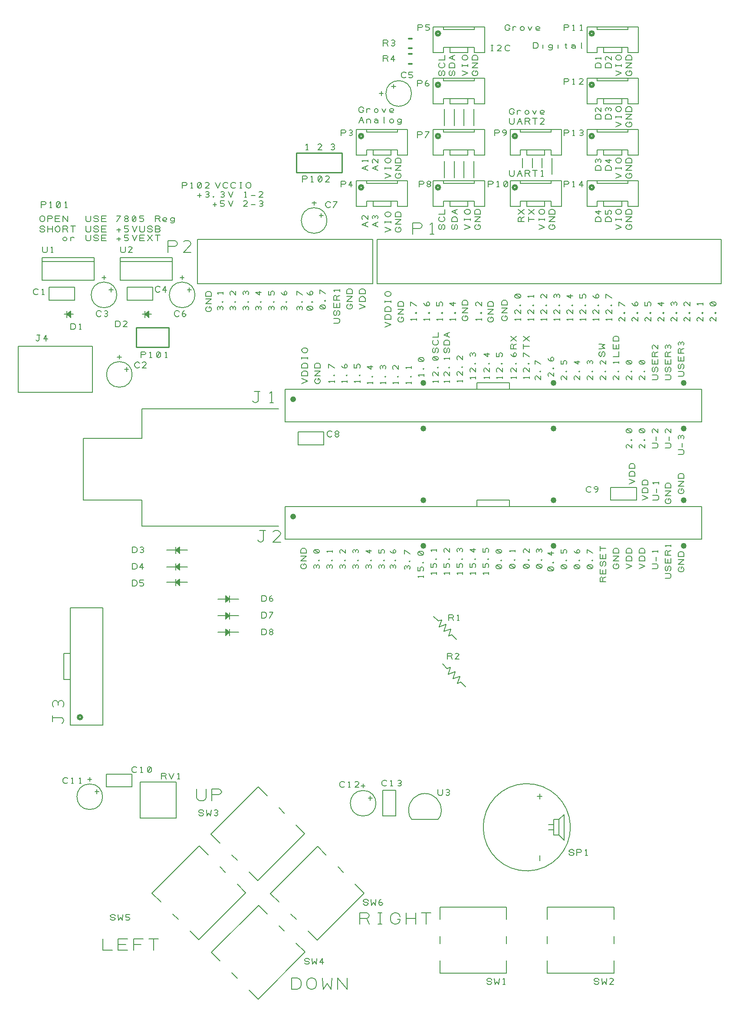
<source format=gbr>
%FSLAX33Y33*%
%MOMM*%
G04 EasyPC Gerber Version 17.0 Build 3379 *
%ADD87C,0.12700*%
%ADD79C,0.15000*%
%ADD90C,0.15240*%
%ADD88C,0.20000*%
%ADD91C,0.20320*%
%ADD77C,0.25400*%
%ADD119C,0.30480*%
%ADD89C,0.50000*%
%ADD78C,0.50800*%
X0Y0D02*
D02*
D77*
X25155Y134195D02*
X31505D01*
Y138005*
X25155*
Y134195*
X56405Y168195D02*
X65295D01*
Y172005*
X56405*
Y168195*
D02*
D78*
X14165Y62425D02*
G75*
G03Y61663J-381D01*
G01*
G75*
G03Y62425J381*
G01*
X69395Y165300D02*
G75*
G03X68633I-381D01*
G01*
G75*
G03X69395I381*
G01*
Y175300D02*
G75*
G03X68633I-381D01*
G01*
G75*
G03X69395I381*
G01*
X84395Y165300D02*
G75*
G03X83633I-381D01*
G01*
G75*
G03X84395I381*
G01*
Y175300D02*
G75*
G03X83633I-381D01*
G01*
G75*
G03X84395I381*
G01*
Y185300D02*
G75*
G03X83633I-381D01*
G01*
G75*
G03X84395I381*
G01*
Y195300D02*
G75*
G03X83633I-381D01*
G01*
G75*
G03X84395I381*
G01*
X99395Y165300D02*
G75*
G03X98633I-381D01*
G01*
G75*
G03X99395I381*
G01*
Y175300D02*
G75*
G03X98633I-381D01*
G01*
G75*
G03X99395I381*
G01*
X114395Y165300D02*
G75*
G03X113633I-381D01*
G01*
G75*
G03X114395I381*
G01*
Y175300D02*
G75*
G03X113633I-381D01*
G01*
G75*
G03X114395I381*
G01*
Y185300D02*
G75*
G03X113633I-381D01*
G01*
G75*
G03X114395I381*
G01*
Y195300D02*
G75*
G03X113633I-381D01*
G01*
G75*
G03X114395I381*
G01*
D02*
D79*
X6038Y144569D02*
X5944Y144475D01*
X5756Y144381*
X5475*
X5288Y144475*
X5194Y144569*
X5100Y144756*
Y145131*
X5194Y145319*
X5288Y145413*
X5475Y145506*
X5756*
X5944Y145413*
X6038Y145319*
X6788Y144381D02*
X7163D01*
X6975D02*
Y145506D01*
X6788Y145319*
X5600Y135569D02*
X5694Y135475D01*
X5881Y135381*
X6069Y135475*
X6163Y135569*
Y136506*
X6350*
X6163D02*
X5788D01*
X7569Y135381D02*
Y136506D01*
X7100Y135756*
X7850*
X6350Y156913D02*
X6444Y156725D01*
X6631Y156631*
X7006*
X7194Y156725*
X7288Y156913*
X7194Y157100*
X7006Y157194*
X6631*
X6444Y157288*
X6350Y157475*
X6444Y157663*
X6631Y157756*
X7006*
X7194Y157663*
X7288Y157475*
X7850Y156631D02*
Y157756D01*
Y157194D02*
X8788D01*
Y156631D02*
Y157756D01*
X9350Y157006D02*
Y157381D01*
X9444Y157569*
X9538Y157663*
X9725Y157756*
X9913*
X10100Y157663*
X10194Y157569*
X10288Y157381*
Y157006*
X10194Y156819*
X10100Y156725*
X9913Y156631*
X9725*
X9538Y156725*
X9444Y156819*
X9350Y157006*
X10850Y156631D02*
Y157756D01*
X11506*
X11694Y157663*
X11788Y157475*
X11694Y157288*
X11506Y157194*
X10850*
X11506D02*
X11788Y156631D01*
X12819D02*
Y157756D01*
X12350D02*
X13288D01*
X6350Y159006D02*
Y159381D01*
X6444Y159569*
X6538Y159663*
X6725Y159756*
X6913*
X7100Y159663*
X7194Y159569*
X7288Y159381*
Y159006*
X7194Y158819*
X7100Y158725*
X6913Y158631*
X6725*
X6538Y158725*
X6444Y158819*
X6350Y159006*
X7850Y158631D02*
Y159756D01*
X8506*
X8694Y159663*
X8788Y159475*
X8694Y159288*
X8506Y159194*
X7850*
X9350Y158631D02*
Y159756D01*
X10288*
X10100Y159194D02*
X9350D01*
Y158631D02*
X10288D01*
X10850D02*
Y159756D01*
X11788Y158631*
Y159756*
X6600Y161381D02*
Y162506D01*
X7256*
X7444Y162413*
X7538Y162225*
X7444Y162038*
X7256Y161944*
X6600*
X8288Y161381D02*
X8663D01*
X8475D02*
Y162506D01*
X8288Y162319*
X9694Y161475D02*
X9881Y161381D01*
X10069*
X10256Y161475*
X10350Y161663*
Y162225*
X10256Y162413*
X10069Y162506*
X9881*
X9694Y162413*
X9600Y162225*
Y161663*
X9694Y161475*
X10256Y162413*
X11288Y161381D02*
X11663D01*
X11475D02*
Y162506D01*
X11288Y162319*
X6850Y153756D02*
Y152913D01*
X6944Y152725*
X7131Y152631*
X7506*
X7694Y152725*
X7788Y152913*
Y153756*
X8538Y152631D02*
X8913D01*
X8725D02*
Y153756D01*
X8538Y153569*
X8100Y143350D02*
X13100D01*
Y145850*
X8100*
Y143350*
X11788Y49319D02*
X11694Y49225D01*
X11506Y49131*
X11225*
X11038Y49225*
X10944Y49319*
X10850Y49506*
Y49881*
X10944Y50069*
X11038Y50163*
X11225Y50256*
X11506*
X11694Y50163*
X11788Y50069*
X12538Y49131D02*
X12913D01*
X12725D02*
Y50256D01*
X12538Y50069*
X14038Y49131D02*
X14413D01*
X14225D02*
Y50256D01*
X14038Y50069*
X10850Y155163D02*
X10944Y154975D01*
X11131Y154881*
X11319*
X11506Y154975*
X11600Y155163*
Y155350*
X11506Y155538*
X11319Y155631*
X11131*
X10944Y155538*
X10850Y155350*
Y155163*
X12350Y154881D02*
Y155631D01*
Y155350D02*
X12444Y155538D01*
X12631Y155631*
X12819*
X13006Y155538*
X15350Y156006D02*
Y155163D01*
X15444Y154975*
X15631Y154881*
X16006*
X16194Y154975*
X16288Y155163*
Y156006*
X16850Y155163D02*
X16944Y154975D01*
X17131Y154881*
X17506*
X17694Y154975*
X17788Y155163*
X17694Y155350*
X17506Y155444*
X17131*
X16944Y155538*
X16850Y155725*
X16944Y155913*
X17131Y156006*
X17506*
X17694Y155913*
X17788Y155725*
X18350Y154881D02*
Y156006D01*
X19288*
X19100Y155444D02*
X18350D01*
Y154881D02*
X19288D01*
X21350Y155256D02*
X22100D01*
X21725Y154881D02*
Y155631D01*
X22850Y154975D02*
X23038Y154881D01*
X23319*
X23506Y154975*
X23600Y155163*
Y155256*
X23506Y155444*
X23319Y155538*
X22850*
Y156006*
X23600*
X24350D02*
X24819Y154881D01*
X25288Y156006*
X25850Y154881D02*
Y156006D01*
X26788*
X26600Y155444D02*
X25850D01*
Y154881D02*
X26788D01*
X27350D02*
X28288Y156006D01*
X27350D02*
X28288Y154881D01*
X29319D02*
Y156006D01*
X28850D02*
X29788D01*
X12260Y69410D02*
Y74490D01*
X10990*
Y69410*
X12260*
X12350Y137631D02*
Y138756D01*
X12913*
X13100Y138663*
X13194Y138569*
X13288Y138381*
Y138006*
X13194Y137819*
X13100Y137725*
X12913Y137631*
X12350*
X14038D02*
X14413D01*
X14225D02*
Y138756D01*
X14038Y138569*
X15350Y157756D02*
Y156913D01*
X15444Y156725*
X15631Y156631*
X16006*
X16194Y156725*
X16288Y156913*
Y157756*
X16850Y156913D02*
X16944Y156725D01*
X17131Y156631*
X17506*
X17694Y156725*
X17788Y156913*
X17694Y157100*
X17506Y157194*
X17131*
X16944Y157288*
X16850Y157475*
X16944Y157663*
X17131Y157756*
X17506*
X17694Y157663*
X17788Y157475*
X18350Y156631D02*
Y157756D01*
X19288*
X19100Y157194D02*
X18350D01*
Y156631D02*
X19288D01*
X21350Y157006D02*
X22100D01*
X21725Y156631D02*
Y157381D01*
X22850Y156725D02*
X23038Y156631D01*
X23319*
X23506Y156725*
X23600Y156913*
Y157006*
X23506Y157194*
X23319Y157288*
X22850*
Y157756*
X23600*
X24350D02*
X24819Y156631D01*
X25288Y157756*
X25850D02*
Y156913D01*
X25944Y156725*
X26131Y156631*
X26506*
X26694Y156725*
X26788Y156913*
Y157756*
X27350Y156913D02*
X27444Y156725D01*
X27631Y156631*
X28006*
X28194Y156725*
X28288Y156913*
X28194Y157100*
X28006Y157194*
X27631*
X27444Y157288*
X27350Y157475*
X27444Y157663*
X27631Y157756*
X28006*
X28194Y157663*
X28288Y157475*
X29506Y157194D02*
X29694Y157100D01*
X29788Y156913*
X29694Y156725*
X29506Y156631*
X28850*
Y157756*
X29506*
X29694Y157663*
X29788Y157475*
X29694Y157288*
X29506Y157194*
X28850*
X15350Y159756D02*
Y158913D01*
X15444Y158725*
X15631Y158631*
X16006*
X16194Y158725*
X16288Y158913*
Y159756*
X16850Y158913D02*
X16944Y158725D01*
X17131Y158631*
X17506*
X17694Y158725*
X17788Y158913*
X17694Y159100*
X17506Y159194*
X17131*
X16944Y159288*
X16850Y159475*
X16944Y159663*
X17131Y159756*
X17506*
X17694Y159663*
X17788Y159475*
X18350Y158631D02*
Y159756D01*
X19288*
X19100Y159194D02*
X18350D01*
Y158631D02*
X19288D01*
X21350D02*
X22100Y159756D01*
X21350*
X23131Y159194D02*
X23319D01*
X23506Y159288*
X23600Y159475*
X23506Y159663*
X23319Y159756*
X23131*
X22944Y159663*
X22850Y159475*
X22944Y159288*
X23131Y159194*
X22944Y159100*
X22850Y158913*
X22944Y158725*
X23131Y158631*
X23319*
X23506Y158725*
X23600Y158913*
X23506Y159100*
X23319Y159194*
X24444Y158725D02*
X24631Y158631D01*
X24819*
X25006Y158725*
X25100Y158913*
Y159475*
X25006Y159663*
X24819Y159756*
X24631*
X24444Y159663*
X24350Y159475*
Y158913*
X24444Y158725*
X25006Y159663*
X25850Y158725D02*
X26038Y158631D01*
X26319*
X26506Y158725*
X26600Y158913*
Y159006*
X26506Y159194*
X26319Y159288*
X25850*
Y159756*
X26600*
X28850Y158631D02*
Y159756D01*
X29506*
X29694Y159663*
X29788Y159475*
X29694Y159288*
X29506Y159194*
X28850*
X29506D02*
X29788Y158631D01*
X31100Y158725D02*
X31006Y158631D01*
X30819*
X30631*
X30444Y158725*
X30350Y158913*
Y159194*
X30444Y159288*
X30631Y159381*
X30819*
X31006Y159288*
X31100Y159194*
Y159100*
X31006Y159006*
X30819Y158913*
X30631*
X30444Y159006*
X30350Y159100*
X32600D02*
X32506Y159288D01*
X32319Y159381*
X32131*
X31944Y159288*
X31850Y159100*
Y159006*
X31944Y158819*
X32131Y158725*
X32319*
X32506Y158819*
X32600Y159006*
Y159381D02*
Y158631D01*
X32506Y158444*
X32319Y158350*
X32038*
X31850Y158444*
X18288Y140319D02*
X18194Y140225D01*
X18006Y140131*
X17725*
X17538Y140225*
X17444Y140319*
X17350Y140506*
Y140881*
X17444Y141069*
X17538Y141163*
X17725Y141256*
X18006*
X18194Y141163*
X18288Y141069*
X18944Y140225D02*
X19131Y140131D01*
X19319*
X19506Y140225*
X19600Y140413*
X19506Y140600*
X19319Y140694*
X19131*
X19319D02*
X19506Y140788D01*
X19600Y140975*
X19506Y141163*
X19319Y141256*
X19131*
X18944Y141163*
X19265Y48475D02*
X24265D01*
Y50975*
X19265*
Y48475*
X20110Y22742D02*
X20204Y22554D01*
X20391Y22460*
X20766*
X20954Y22554*
X21048Y22742*
X20954Y22929*
X20766Y23023*
X20391*
X20204Y23117*
X20110Y23304*
X20204Y23492*
X20391Y23585*
X20766*
X20954Y23492*
X21048Y23304*
X21610Y23585D02*
X21704Y22460D01*
X22079Y23023*
X22454Y22460*
X22548Y23585*
X23110Y22554D02*
X23298Y22460D01*
X23579*
X23766Y22554*
X23860Y22742*
Y22835*
X23766Y23023*
X23579Y23117*
X23110*
Y23585*
X23860*
X21100Y138131D02*
Y139256D01*
X21663*
X21850Y139163*
X21944Y139069*
X22038Y138881*
Y138506*
X21944Y138319*
X21850Y138225*
X21663Y138131*
X21100*
X23350D02*
X22600D01*
X23256Y138788*
X23350Y138975*
X23256Y139163*
X23069Y139256*
X22788*
X22600Y139163*
X22100Y153756D02*
Y152913D01*
X22194Y152725*
X22381Y152631*
X22756*
X22944Y152725*
X23038Y152913*
Y153756*
X24350Y152631D02*
X23600D01*
X24256Y153288*
X24350Y153475*
X24256Y153663*
X24069Y153756*
X23788*
X23600Y153663*
X23350Y143350D02*
X28350D01*
Y145850*
X23350*
Y143350*
X25263Y51464D02*
X25169Y51370D01*
X24981Y51276*
X24700*
X24513Y51370*
X24419Y51464*
X24325Y51651*
Y52026*
X24419Y52214*
X24513Y52307*
X24700Y52401*
X24981*
X25169Y52307*
X25263Y52214*
X26013Y51276D02*
X26388D01*
X26200D02*
Y52401D01*
X26013Y52214*
X27419Y51370D02*
X27606Y51276D01*
X27794*
X27981Y51370*
X28075Y51557*
Y52120*
X27981Y52307*
X27794Y52401*
X27606*
X27419Y52307*
X27325Y52120*
Y51557*
X27419Y51370*
X27981Y52307*
X24350Y87631D02*
Y88756D01*
X24913*
X25100Y88663*
X25194Y88569*
X25288Y88381*
Y88006*
X25194Y87819*
X25100Y87725*
X24913Y87631*
X24350*
X25850Y87725D02*
X26038Y87631D01*
X26319*
X26506Y87725*
X26600Y87913*
Y88006*
X26506Y88194*
X26319Y88288*
X25850*
Y88756*
X26600*
X24350Y90881D02*
Y92006D01*
X24913*
X25100Y91913*
X25194Y91819*
X25288Y91631*
Y91256*
X25194Y91069*
X25100Y90975*
X24913Y90881*
X24350*
X26319D02*
Y92006D01*
X25850Y91256*
X26600*
X24350Y94131D02*
Y95256D01*
X24913*
X25100Y95163*
X25194Y95069*
X25288Y94881*
Y94506*
X25194Y94319*
X25100Y94225*
X24913Y94131*
X24350*
X25944Y94225D02*
X26131Y94131D01*
X26319*
X26506Y94225*
X26600Y94413*
X26506Y94600*
X26319Y94694*
X26131*
X26319D02*
X26506Y94788D01*
X26600Y94975*
X26506Y95163*
X26319Y95256*
X26131*
X25944Y95163*
X25788Y130319D02*
X25694Y130225D01*
X25506Y130131*
X25225*
X25038Y130225*
X24944Y130319*
X24850Y130506*
Y130881*
X24944Y131069*
X25038Y131163*
X25225Y131256*
X25506*
X25694Y131163*
X25788Y131069*
X27100Y130131D02*
X26350D01*
X27006Y130788*
X27100Y130975*
X27006Y131163*
X26819Y131256*
X26538*
X26350Y131163*
X26100Y132131D02*
Y133256D01*
X26756*
X26944Y133163*
X27038Y132975*
X26944Y132788*
X26756Y132694*
X26100*
X27788Y132131D02*
X28163D01*
X27975D02*
Y133256D01*
X27788Y133069*
X29194Y132225D02*
X29381Y132131D01*
X29569*
X29756Y132225*
X29850Y132413*
Y132975*
X29756Y133163*
X29569Y133256*
X29381*
X29194Y133163*
X29100Y132975*
Y132413*
X29194Y132225*
X29756Y133163*
X30788Y132131D02*
X31163D01*
X30975D02*
Y133256D01*
X30788Y133069*
X29788Y145069D02*
X29694Y144975D01*
X29506Y144881*
X29225*
X29038Y144975*
X28944Y145069*
X28850Y145256*
Y145631*
X28944Y145819*
X29038Y145913*
X29225Y146006*
X29506*
X29694Y145913*
X29788Y145819*
X30819Y144881D02*
Y146006D01*
X30350Y145256*
X31100*
X30040Y50006D02*
Y51131D01*
X30696*
X30884Y51038*
X30978Y50850*
X30884Y50663*
X30696Y50569*
X30040*
X30696D02*
X30978Y50006D01*
X31540Y51131D02*
X32009Y50006D01*
X32478Y51131*
X33228Y50006D02*
X33603D01*
X33415D02*
Y51131D01*
X33228Y50944*
X33538Y140319D02*
X33444Y140225D01*
X33256Y140131*
X32975*
X32788Y140225*
X32694Y140319*
X32600Y140506*
Y140881*
X32694Y141069*
X32788Y141163*
X32975Y141256*
X33256*
X33444Y141163*
X33538Y141069*
X34100Y140413D02*
X34194Y140600D01*
X34381Y140694*
X34569*
X34756Y140600*
X34850Y140413*
X34756Y140225*
X34569Y140131*
X34381*
X34194Y140225*
X34100Y140413*
Y140694*
X34194Y140975*
X34381Y141163*
X34569Y141256*
X34100Y165131D02*
Y166256D01*
X34756*
X34944Y166163*
X35038Y165975*
X34944Y165788*
X34756Y165694*
X34100*
X35788Y165131D02*
X36163D01*
X35975D02*
Y166256D01*
X35788Y166069*
X37194Y165225D02*
X37381Y165131D01*
X37569*
X37756Y165225*
X37850Y165413*
Y165975*
X37756Y166163*
X37569Y166256*
X37381*
X37194Y166163*
X37100Y165975*
Y165413*
X37194Y165225*
X37756Y166163*
X39350Y165131D02*
X38600D01*
X39256Y165788*
X39350Y165975*
X39256Y166163*
X39069Y166256*
X38788*
X38600Y166163*
X37100Y163756D02*
X37850D01*
X37475Y163381D02*
Y164131D01*
X38694Y163475D02*
X38881Y163381D01*
X39069*
X39256Y163475*
X39350Y163663*
X39256Y163850*
X39069Y163944*
X38881*
X39069D02*
X39256Y164038D01*
X39350Y164225*
X39256Y164413*
X39069Y164506*
X38881*
X38694Y164413*
X40194Y163381D02*
X40288Y163475D01*
X40194Y163569*
X40100Y163475*
X40194Y163381*
X41694Y163475D02*
X41881Y163381D01*
X42069*
X42256Y163475*
X42350Y163663*
X42256Y163850*
X42069Y163944*
X41881*
X42069D02*
X42256Y164038D01*
X42350Y164225*
X42256Y164413*
X42069Y164506*
X41881*
X41694Y164413*
X43100Y164506D02*
X43569Y163381D01*
X44038Y164506*
X46288Y163381D02*
X46663D01*
X46475D02*
Y164506D01*
X46288Y164319*
X47600Y163756D02*
X48350D01*
X49850Y163381D02*
X49100D01*
X49756Y164038*
X49850Y164225*
X49756Y164413*
X49569Y164506*
X49288*
X49100Y164413*
X40100Y161956D02*
X40850D01*
X40475Y161581D02*
Y162331D01*
X41600Y161675D02*
X41788Y161581D01*
X42069*
X42256Y161675*
X42350Y161863*
Y161956*
X42256Y162144*
X42069Y162238*
X41600*
Y162706*
X42350*
X43100D02*
X43569Y161581D01*
X44038Y162706*
X46850Y161581D02*
X46100D01*
X46756Y162238*
X46850Y162425*
X46756Y162613*
X46569Y162706*
X46288*
X46100Y162613*
X47600Y161956D02*
X48350D01*
X49194Y161675D02*
X49381Y161581D01*
X49569*
X49756Y161675*
X49850Y161863*
X49756Y162050*
X49569Y162144*
X49381*
X49569D02*
X49756Y162238D01*
X49850Y162425*
X49756Y162613*
X49569Y162706*
X49381*
X49194Y162613*
X37325Y43132D02*
X37419Y42944D01*
X37606Y42850*
X37981*
X38169Y42944*
X38263Y43132*
X38169Y43319*
X37981Y43413*
X37606*
X37419Y43507*
X37325Y43694*
X37419Y43882*
X37606Y43975*
X37981*
X38169Y43882*
X38263Y43694*
X38825Y43975D02*
X38919Y42850D01*
X39294Y43413*
X39669Y42850*
X39763Y43975*
X40419Y42944D02*
X40606Y42850D01*
X40794*
X40981Y42944*
X41075Y43132*
X40981Y43319*
X40794Y43413*
X40606*
X40794D02*
X40981Y43507D01*
X41075Y43694*
X40981Y43882*
X40794Y43975*
X40606*
X40419Y43882*
X39350Y141756D02*
Y142038D01*
X39444*
X39631Y141944*
X39725Y141850*
X39819Y141663*
Y141475*
X39725Y141288*
X39631Y141194*
X39444Y141100*
X39069*
X38881Y141194*
X38788Y141288*
X38694Y141475*
Y141663*
X38788Y141850*
X38881Y141944*
X39069Y142038*
X39819Y142600D02*
X38694D01*
X39819Y143538*
X38694*
X39819Y144100D02*
X38694D01*
Y144663*
X38788Y144850*
X38881Y144944*
X39069Y145038*
X39444*
X39631Y144944*
X39725Y144850*
X39819Y144663*
Y144100*
X40600Y166256D02*
X41069Y165131D01*
X41538Y166256*
X43038Y165319D02*
X42944Y165225D01*
X42756Y165131*
X42475*
X42288Y165225*
X42194Y165319*
X42100Y165506*
Y165881*
X42194Y166069*
X42288Y166163*
X42475Y166256*
X42756*
X42944Y166163*
X43038Y166069*
X44538Y165319D02*
X44444Y165225D01*
X44256Y165131*
X43975*
X43788Y165225*
X43694Y165319*
X43600Y165506*
Y165881*
X43694Y166069*
X43788Y166163*
X43975Y166256*
X44256*
X44444Y166163*
X44538Y166069*
X45381Y165131D02*
X45756D01*
X45569D02*
Y166256D01*
X45381D02*
X45756D01*
X46600Y165506D02*
Y165881D01*
X46694Y166069*
X46788Y166163*
X46975Y166256*
X47163*
X47350Y166163*
X47444Y166069*
X47538Y165881*
Y165506*
X47444Y165319*
X47350Y165225*
X47163Y165131*
X46975*
X46788Y165225*
X46694Y165319*
X46600Y165506*
X41975Y141444D02*
X42069Y141631D01*
Y141819*
X41975Y142006*
X41788Y142100*
X41600Y142006*
X41506Y141819*
Y141631*
Y141819D02*
X41413Y142006D01*
X41225Y142100*
X41038Y142006*
X40944Y141819*
Y141631*
X41038Y141444*
X42069Y142944D02*
X41975Y143038D01*
X41881Y142944*
X41975Y142850*
X42069Y142944*
Y144538D02*
Y144913D01*
Y144725D02*
X40944D01*
X41131Y144538*
X44475Y141444D02*
X44569Y141631D01*
Y141819*
X44475Y142006*
X44288Y142100*
X44100Y142006*
X44006Y141819*
Y141631*
Y141819D02*
X43913Y142006D01*
X43725Y142100*
X43538Y142006*
X43444Y141819*
Y141631*
X43538Y141444*
X44569Y142944D02*
X44475Y143038D01*
X44381Y142944*
X44475Y142850*
X44569Y142944*
Y145100D02*
Y144350D01*
X43913Y145006*
X43725Y145100*
X43538Y145006*
X43444Y144819*
Y144538*
X43538Y144350*
X46975Y141444D02*
X47069Y141631D01*
Y141819*
X46975Y142006*
X46788Y142100*
X46600Y142006*
X46506Y141819*
Y141631*
Y141819D02*
X46413Y142006D01*
X46225Y142100*
X46038Y142006*
X45944Y141819*
Y141631*
X46038Y141444*
X47069Y142944D02*
X46975Y143038D01*
X46881Y142944*
X46975Y142850*
X47069Y142944*
X46975Y144444D02*
X47069Y144631D01*
Y144819*
X46975Y145006*
X46788Y145100*
X46600Y145006*
X46506Y144819*
Y144631*
Y144819D02*
X46413Y145006D01*
X46225Y145100*
X46038Y145006*
X45944Y144819*
Y144631*
X46038Y144444*
X49600Y78131D02*
Y79256D01*
X50163*
X50350Y79163*
X50444Y79069*
X50538Y78881*
Y78506*
X50444Y78319*
X50350Y78225*
X50163Y78131*
X49600*
X51381Y78694D02*
X51569D01*
X51756Y78788*
X51850Y78975*
X51756Y79163*
X51569Y79256*
X51381*
X51194Y79163*
X51100Y78975*
X51194Y78788*
X51381Y78694*
X51194Y78600*
X51100Y78413*
X51194Y78225*
X51381Y78131*
X51569*
X51756Y78225*
X51850Y78413*
X51756Y78600*
X51569Y78694*
X49600Y81381D02*
Y82506D01*
X50163*
X50350Y82413*
X50444Y82319*
X50538Y82131*
Y81756*
X50444Y81569*
X50350Y81475*
X50163Y81381*
X49600*
X51100D02*
X51850Y82506D01*
X51100*
X49600Y84631D02*
Y85756D01*
X50163*
X50350Y85663*
X50444Y85569*
X50538Y85381*
Y85006*
X50444Y84819*
X50350Y84725*
X50163Y84631*
X49600*
X51100Y84913D02*
X51194Y85100D01*
X51381Y85194*
X51569*
X51756Y85100*
X51850Y84913*
X51756Y84725*
X51569Y84631*
X51381*
X51194Y84725*
X51100Y84913*
Y85194*
X51194Y85475*
X51381Y85663*
X51569Y85756*
X49475Y141444D02*
X49569Y141631D01*
Y141819*
X49475Y142006*
X49288Y142100*
X49100Y142006*
X49006Y141819*
Y141631*
Y141819D02*
X48913Y142006D01*
X48725Y142100*
X48538Y142006*
X48444Y141819*
Y141631*
X48538Y141444*
X49569Y142944D02*
X49475Y143038D01*
X49381Y142944*
X49475Y142850*
X49569Y142944*
Y144819D02*
X48444D01*
X49194Y144350*
Y145100*
X51975Y141444D02*
X52069Y141631D01*
Y141819*
X51975Y142006*
X51788Y142100*
X51600Y142006*
X51506Y141819*
Y141631*
Y141819D02*
X51413Y142006D01*
X51225Y142100*
X51038Y142006*
X50944Y141819*
Y141631*
X51038Y141444*
X52069Y142944D02*
X51975Y143038D01*
X51881Y142944*
X51975Y142850*
X52069Y142944*
X51975Y144350D02*
X52069Y144538D01*
Y144819*
X51975Y145006*
X51788Y145100*
X51694*
X51506Y145006*
X51413Y144819*
Y144350*
X50944*
Y145100*
X54170Y96715D02*
X135450D01*
Y103065*
X54170*
Y96715*
Y119575D02*
X135450D01*
Y125925*
X54170*
Y119575*
X54475Y141444D02*
X54569Y141631D01*
Y141819*
X54475Y142006*
X54288Y142100*
X54100Y142006*
X54006Y141819*
Y141631*
Y141819D02*
X53913Y142006D01*
X53725Y142100*
X53538Y142006*
X53444Y141819*
Y141631*
X53538Y141444*
X54569Y142944D02*
X54475Y143038D01*
X54381Y142944*
X54475Y142850*
X54569Y142944*
X54288Y144350D02*
X54100Y144444D01*
X54006Y144631*
Y144819*
X54100Y145006*
X54288Y145100*
X54475Y145006*
X54569Y144819*
Y144631*
X54475Y144444*
X54288Y144350*
X54006*
X53725Y144444*
X53538Y144631*
X53444Y144819*
X56730Y115150D02*
X61730D01*
Y117650*
X56730*
Y115150*
X57600Y166381D02*
Y167506D01*
X58256*
X58444Y167413*
X58538Y167225*
X58444Y167038*
X58256Y166944*
X57600*
X59288Y166381D02*
X59663D01*
X59475D02*
Y167506D01*
X59288Y167319*
X60694Y166475D02*
X60881Y166381D01*
X61069*
X61256Y166475*
X61350Y166663*
Y167225*
X61256Y167413*
X61069Y167506*
X60881*
X60694Y167413*
X60600Y167225*
Y166663*
X60694Y166475*
X61256Y167413*
X62850Y166381D02*
X62100D01*
X62756Y167038*
X62850Y167225*
X62756Y167413*
X62569Y167506*
X62288*
X62100Y167413*
X57475Y141444D02*
X57569Y141631D01*
Y141819*
X57475Y142006*
X57288Y142100*
X57100Y142006*
X57006Y141819*
Y141631*
Y141819D02*
X56913Y142006D01*
X56725Y142100*
X56538Y142006*
X56444Y141819*
Y141631*
X56538Y141444*
X57569Y142944D02*
X57475Y143038D01*
X57381Y142944*
X57475Y142850*
X57569Y142944*
Y144350D02*
X56444Y145100D01*
Y144350*
X57971Y14193D02*
X58065Y14005D01*
X58252Y13911*
X58627*
X58815Y14005*
X58908Y14193*
X58815Y14380*
X58627Y14474*
X58252*
X58065Y14568*
X57971Y14755*
X58065Y14943*
X58252Y15036*
X58627*
X58815Y14943*
X58908Y14755*
X59471Y15036D02*
X59565Y13911D01*
X59940Y14474*
X60315Y13911*
X60408Y15036*
X61440Y13911D02*
Y15036D01*
X60971Y14286*
X61721*
X58288Y172631D02*
X58663D01*
X58475D02*
Y173756D01*
X58288Y173569*
X57865Y91656D02*
Y91938D01*
X57959*
X58146Y91844*
X58240Y91750*
X58334Y91563*
Y91375*
X58240Y91188*
X58146Y91094*
X57959Y91000*
X57584*
X57396Y91094*
X57303Y91188*
X57209Y91375*
Y91563*
X57303Y91750*
X57396Y91844*
X57584Y91938*
X58334Y92500D02*
X57209D01*
X58334Y93438*
X57209*
X58334Y94000D02*
X57209D01*
Y94563*
X57303Y94750*
X57396Y94844*
X57584Y94938*
X57959*
X58146Y94844*
X58240Y94750*
X58334Y94563*
Y94000*
X57444Y127100D02*
X58569Y127569D01*
X57444Y128038*
X58569Y128600D02*
X57444D01*
Y129163*
X57538Y129350*
X57631Y129444*
X57819Y129538*
X58194*
X58381Y129444*
X58475Y129350*
X58569Y129163*
Y128600*
Y130100D02*
X57444D01*
Y130663*
X57538Y130850*
X57631Y130944*
X57819Y131038*
X58194*
X58381Y130944*
X58475Y130850*
X58569Y130663*
Y130100*
Y131881D02*
Y132256D01*
Y132069D02*
X57444D01*
Y131881D02*
Y132256D01*
X58194Y133100D02*
X57819D01*
X57631Y133194*
X57538Y133288*
X57444Y133475*
Y133663*
X57538Y133850*
X57631Y133944*
X57819Y134038*
X58194*
X58381Y133944*
X58475Y133850*
X58569Y133663*
Y133475*
X58475Y133288*
X58381Y133194*
X58194Y133100*
X59475Y141444D02*
X59569Y141631D01*
Y141819*
X59475Y142006*
X59288Y142100*
X58725*
X58538Y142006*
X58444Y141819*
Y141631*
X58538Y141444*
X58725Y141350*
X59288*
X59475Y141444*
X58538Y142006*
X59569Y142944D02*
X59475Y143038D01*
X59381Y142944*
X59475Y142850*
X59569Y142944*
X59288Y144350D02*
X59100Y144444D01*
X59006Y144631*
Y144819*
X59100Y145006*
X59288Y145100*
X59475Y145006*
X59569Y144819*
Y144631*
X59475Y144444*
X59288Y144350*
X59006*
X58725Y144444*
X58538Y144631*
X58444Y144819*
X61350Y172631D02*
X60600D01*
X61256Y173288*
X61350Y173475*
X61256Y173663*
X61069Y173756*
X60788*
X60600Y173663*
X60780Y91094D02*
X60874Y91281D01*
Y91469*
X60780Y91656*
X60593Y91750*
X60405Y91656*
X60311Y91469*
Y91281*
Y91469D02*
X60218Y91656D01*
X60030Y91750*
X59843Y91656*
X59749Y91469*
Y91281*
X59843Y91094*
X60874Y92594D02*
X60780Y92688D01*
X60686Y92594*
X60780Y92500*
X60874Y92594*
X60780Y94094D02*
X60874Y94281D01*
Y94469*
X60780Y94656*
X60593Y94750*
X60030*
X59843Y94656*
X59749Y94469*
Y94281*
X59843Y94094*
X60030Y94000*
X60593*
X60780Y94094*
X59843Y94656*
X60600Y127756D02*
Y128038D01*
X60694*
X60881Y127944*
X60975Y127850*
X61069Y127663*
Y127475*
X60975Y127288*
X60881Y127194*
X60694Y127100*
X60319*
X60131Y127194*
X60038Y127288*
X59944Y127475*
Y127663*
X60038Y127850*
X60131Y127944*
X60319Y128038*
X61069Y128600D02*
X59944D01*
X61069Y129538*
X59944*
X61069Y130100D02*
X59944D01*
Y130663*
X60038Y130850*
X60131Y130944*
X60319Y131038*
X60694*
X60881Y130944*
X60975Y130850*
X61069Y130663*
Y130100*
X63038Y161569D02*
X62944Y161475D01*
X62756Y161381*
X62475*
X62288Y161475*
X62194Y161569*
X62100Y161756*
Y162131*
X62194Y162319*
X62288Y162413*
X62475Y162506*
X62756*
X62944Y162413*
X63038Y162319*
X63600Y161381D02*
X64350Y162506D01*
X63600*
X61975Y141694D02*
X62069Y141881D01*
Y142069*
X61975Y142256*
X61788Y142350*
X61225*
X61038Y142256*
X60944Y142069*
Y141881*
X61038Y141694*
X61225Y141600*
X61788*
X61975Y141694*
X61038Y142256*
X62069Y143194D02*
X61975Y143288D01*
X61881Y143194*
X61975Y143100*
X62069Y143194*
Y144600D02*
X60944Y145350D01*
Y144600*
X63363Y116869D02*
X63269Y116775D01*
X63081Y116681*
X62800*
X62613Y116775*
X62519Y116869*
X62425Y117056*
Y117431*
X62519Y117619*
X62613Y117713*
X62800Y117806*
X63081*
X63269Y117713*
X63363Y117619*
X64206Y117244D02*
X64394D01*
X64581Y117338*
X64675Y117525*
X64581Y117713*
X64394Y117806*
X64206*
X64019Y117713*
X63925Y117525*
X64019Y117338*
X64206Y117244*
X64019Y117150*
X63925Y116963*
X64019Y116775*
X64206Y116681*
X64394*
X64581Y116775*
X64675Y116963*
X64581Y117150*
X64394Y117244*
X63194Y172725D02*
X63381Y172631D01*
X63569*
X63756Y172725*
X63850Y172913*
X63756Y173100*
X63569Y173194*
X63381*
X63569D02*
X63756Y173288D01*
X63850Y173475*
X63756Y173663*
X63569Y173756*
X63381*
X63194Y173663*
X63320Y91094D02*
X63414Y91281D01*
Y91469*
X63320Y91656*
X63133Y91750*
X62945Y91656*
X62851Y91469*
Y91281*
Y91469D02*
X62758Y91656D01*
X62570Y91750*
X62383Y91656*
X62289Y91469*
Y91281*
X62383Y91094*
X63414Y92594D02*
X63320Y92688D01*
X63226Y92594*
X63320Y92500*
X63414Y92594*
Y94188D02*
Y94563D01*
Y94375D02*
X62289D01*
X62476Y94188*
X63819Y127288D02*
Y127663D01*
Y127475D02*
X62694D01*
X62881Y127288*
X63819Y128694D02*
X63725Y128788D01*
X63631Y128694*
X63725Y128600*
X63819Y128694*
Y130100D02*
X62694Y130850D01*
Y130100*
X65788Y48569D02*
X65694Y48475D01*
X65506Y48381*
X65225*
X65038Y48475*
X64944Y48569*
X64850Y48756*
Y49131*
X64944Y49319*
X65038Y49413*
X65225Y49506*
X65506*
X65694Y49413*
X65788Y49319*
X66538Y48381D02*
X66913D01*
X66725D02*
Y49506D01*
X66538Y49319*
X68600Y48381D02*
X67850D01*
X68506Y49038*
X68600Y49225*
X68506Y49413*
X68319Y49506*
X68038*
X67850Y49413*
X63694Y138850D02*
X64538D01*
X64725Y138944*
X64819Y139131*
Y139506*
X64725Y139694*
X64538Y139788*
X63694*
X64538Y140350D02*
X64725Y140444D01*
X64819Y140631*
Y141006*
X64725Y141194*
X64538Y141288*
X64350Y141194*
X64256Y141006*
Y140631*
X64163Y140444*
X63975Y140350*
X63788Y140444*
X63694Y140631*
Y141006*
X63788Y141194*
X63975Y141288*
X64819Y141850D02*
X63694D01*
Y142788*
X64256Y142600D02*
Y141850D01*
X64819D02*
Y142788D01*
Y143350D02*
X63694D01*
Y144006*
X63788Y144194*
X63975Y144288*
X64163Y144194*
X64256Y144006*
Y143350*
Y144006D02*
X64819Y144288D01*
Y145038D02*
Y145413D01*
Y145225D02*
X63694D01*
X63881Y145038*
X65100Y165381D02*
Y166506D01*
X65756*
X65944Y166413*
X66038Y166225*
X65944Y166038*
X65756Y165944*
X65100*
X67069Y165381D02*
Y166506D01*
X66600Y165756*
X67350*
X65100Y175381D02*
Y176506D01*
X65756*
X65944Y176413*
X66038Y176225*
X65944Y176038*
X65756Y175944*
X65100*
X66694Y175475D02*
X66881Y175381D01*
X67069*
X67256Y175475*
X67350Y175663*
X67256Y175850*
X67069Y175944*
X66881*
X67069D02*
X67256Y176038D01*
X67350Y176225*
X67256Y176413*
X67069Y176506*
X66881*
X66694Y176413*
X65860Y91094D02*
X65954Y91281D01*
Y91469*
X65860Y91656*
X65673Y91750*
X65485Y91656*
X65391Y91469*
Y91281*
Y91469D02*
X65298Y91656D01*
X65110Y91750*
X64923Y91656*
X64829Y91469*
Y91281*
X64923Y91094*
X65954Y92594D02*
X65860Y92688D01*
X65766Y92594*
X65860Y92500*
X65954Y92594*
Y94750D02*
Y94000D01*
X65298Y94656*
X65110Y94750*
X64923Y94656*
X64829Y94469*
Y94188*
X64923Y94000*
X66319Y127288D02*
Y127663D01*
Y127475D02*
X65194D01*
X65381Y127288*
X66319Y128694D02*
X66225Y128788D01*
X66131Y128694*
X66225Y128600*
X66319Y128694*
X66038Y130100D02*
X65850Y130194D01*
X65756Y130381*
Y130569*
X65850Y130756*
X66038Y130850*
X66225Y130756*
X66319Y130569*
Y130381*
X66225Y130194*
X66038Y130100*
X65756*
X65475Y130194*
X65288Y130381*
X65194Y130569*
X66850Y142256D02*
Y142538D01*
X66944*
X67131Y142444*
X67225Y142350*
X67319Y142163*
Y141975*
X67225Y141788*
X67131Y141694*
X66944Y141600*
X66569*
X66381Y141694*
X66288Y141788*
X66194Y141975*
Y142163*
X66288Y142350*
X66381Y142444*
X66569Y142538*
X67319Y143100D02*
X66194D01*
X67319Y144038*
X66194*
X67319Y144600D02*
X66194D01*
Y145163*
X66288Y145350*
X66381Y145444*
X66569Y145538*
X66944*
X67131Y145444*
X67225Y145350*
X67319Y145163*
Y144600*
X68600Y177881D02*
X69069Y179006D01*
X69538Y177881*
X68788Y178350D02*
X69350D01*
X70100Y177881D02*
Y178631D01*
Y178350D02*
X70194Y178538D01*
X70381Y178631*
X70569*
X70756Y178538*
X70850Y178350*
Y177881*
X71600Y178538D02*
X71788Y178631D01*
X72069*
X72256Y178538*
X72350Y178350*
Y178069*
X72256Y177975*
X72069Y177881*
X71881*
X71694Y177975*
X71600Y178069*
Y178163*
X71694Y178256*
X71881Y178350*
X72069*
X72256Y178256*
X72350Y178163*
Y178069D02*
Y177881D01*
X73569D02*
X73475D01*
Y179006*
X74600Y178163D02*
X74694Y177975D01*
X74881Y177881*
X75069*
X75256Y177975*
X75350Y178163*
Y178350*
X75256Y178538*
X75069Y178631*
X74881*
X74694Y178538*
X74600Y178350*
Y178163*
X76850Y178350D02*
X76756Y178538D01*
X76569Y178631*
X76381*
X76194Y178538*
X76100Y178350*
Y178256*
X76194Y178069*
X76381Y177975*
X76569*
X76756Y178069*
X76850Y178256*
Y178631D02*
Y177881D01*
X76756Y177694*
X76569Y177600*
X76288*
X76100Y177694*
X69256Y180350D02*
X69538D01*
Y180256*
X69444Y180069*
X69350Y179975*
X69163Y179881*
X68975*
X68788Y179975*
X68694Y180069*
X68600Y180256*
Y180631*
X68694Y180819*
X68788Y180913*
X68975Y181006*
X69163*
X69350Y180913*
X69444Y180819*
X69538Y180631*
X70100Y179881D02*
Y180631D01*
Y180350D02*
X70194Y180538D01*
X70381Y180631*
X70569*
X70756Y180538*
X71600Y180163D02*
X71694Y179975D01*
X71881Y179881*
X72069*
X72256Y179975*
X72350Y180163*
Y180350*
X72256Y180538*
X72069Y180631*
X71881*
X71694Y180538*
X71600Y180350*
Y180163*
X73100Y180631D02*
X73475Y179881D01*
X73850Y180631*
X75350Y179975D02*
X75256Y179881D01*
X75069*
X74881*
X74694Y179975*
X74600Y180163*
Y180444*
X74694Y180538*
X74881Y180631*
X75069*
X75256Y180538*
X75350Y180444*
Y180350*
X75256Y180256*
X75069Y180163*
X74881*
X74694Y180256*
X74600Y180350*
X68400Y91094D02*
X68494Y91281D01*
Y91469*
X68400Y91656*
X68213Y91750*
X68025Y91656*
X67931Y91469*
Y91281*
Y91469D02*
X67838Y91656D01*
X67650Y91750*
X67463Y91656*
X67369Y91469*
Y91281*
X67463Y91094*
X68494Y92594D02*
X68400Y92688D01*
X68306Y92594*
X68400Y92500*
X68494Y92594*
X68400Y94094D02*
X68494Y94281D01*
Y94469*
X68400Y94656*
X68213Y94750*
X68025Y94656*
X67931Y94469*
Y94281*
Y94469D02*
X67838Y94656D01*
X67650Y94750*
X67463Y94656*
X67369Y94469*
Y94281*
X67463Y94094*
X68819Y127288D02*
Y127663D01*
Y127475D02*
X67694D01*
X67881Y127288*
X68819Y128694D02*
X68725Y128788D01*
X68631Y128694*
X68725Y128600*
X68819Y128694*
X68725Y130100D02*
X68819Y130288D01*
Y130569*
X68725Y130756*
X68538Y130850*
X68444*
X68256Y130756*
X68163Y130569*
Y130100*
X67694*
Y130850*
X69471Y25693D02*
X69565Y25505D01*
X69752Y25411*
X70127*
X70315Y25505*
X70409Y25693*
X70315Y25880*
X70127Y25974*
X69752*
X69565Y26068*
X69471Y26255*
X69565Y26443*
X69752Y26536*
X70127*
X70315Y26443*
X70409Y26255*
X70971Y26536D02*
X71065Y25411D01*
X71440Y25974*
X71815Y25411*
X71909Y26536*
X72471Y25693D02*
X72565Y25880D01*
X72752Y25974*
X72940*
X73127Y25880*
X73221Y25693*
X73127Y25505*
X72940Y25411*
X72752*
X72565Y25505*
X72471Y25693*
Y25974*
X72565Y26255*
X72752Y26443*
X72940Y26536*
X68694Y141600D02*
X69819Y142069D01*
X68694Y142538*
X69819Y143100D02*
X68694D01*
Y143663*
X68788Y143850*
X68881Y143944*
X69069Y144038*
X69444*
X69631Y143944*
X69725Y143850*
X69819Y143663*
Y143100*
Y144600D02*
X68694D01*
Y145163*
X68788Y145350*
X68881Y145444*
X69069Y145538*
X69444*
X69631Y145444*
X69725Y145350*
X69819Y145163*
Y144600*
X70100Y166100D02*
X76100D01*
Y166600*
X70100*
Y166100*
Y176100D02*
X76100D01*
Y176600*
X70100*
Y176100*
X70319Y157600D02*
X69194Y158069D01*
X70319Y158538*
X69850Y157788D02*
Y158350D01*
X70319Y159850D02*
Y159100D01*
X69663Y159756*
X69475Y159850*
X69288Y159756*
X69194Y159569*
Y159288*
X69288Y159100*
X70319Y168600D02*
X69194Y169069D01*
X70319Y169538*
X69850Y168788D02*
Y169350D01*
X70319Y170288D02*
Y170663D01*
Y170475D02*
X69194D01*
X69381Y170288*
X70940Y91094D02*
X71034Y91281D01*
Y91469*
X70940Y91656*
X70753Y91750*
X70565Y91656*
X70471Y91469*
Y91281*
Y91469D02*
X70378Y91656D01*
X70190Y91750*
X70003Y91656*
X69909Y91469*
Y91281*
X70003Y91094*
X71034Y92594D02*
X70940Y92688D01*
X70846Y92594*
X70940Y92500*
X71034Y92594*
Y94469D02*
X69909D01*
X70659Y94000*
Y94750*
X71350Y161600D02*
X74850D01*
Y162600*
X71350*
Y161600*
Y171600D02*
X74850D01*
Y172600*
X71350*
Y171600*
X71319Y127038D02*
Y127413D01*
Y127225D02*
X70194D01*
X70381Y127038*
X71319Y128444D02*
X71225Y128538D01*
X71131Y128444*
X71225Y128350*
X71319Y128444*
Y130319D02*
X70194D01*
X70944Y129850*
Y130600*
X72319Y157600D02*
X71194Y158069D01*
X72319Y158538*
X71850Y157788D02*
Y158350D01*
X72225Y159194D02*
X72319Y159381D01*
Y159569*
X72225Y159756*
X72038Y159850*
X71850Y159756*
X71756Y159569*
Y159381*
Y159569D02*
X71663Y159756D01*
X71475Y159850*
X71288Y159756*
X71194Y159569*
Y159381*
X71288Y159194*
X72319Y168600D02*
X71194Y169069D01*
X72319Y169538*
X71850Y168788D02*
Y169350D01*
X72319Y170850D02*
Y170100D01*
X71663Y170756*
X71475Y170850*
X71288Y170756*
X71194Y170569*
Y170288*
X71288Y170100*
X74038Y48819D02*
X73944Y48725D01*
X73756Y48631*
X73475*
X73288Y48725*
X73194Y48819*
X73100Y49006*
Y49381*
X73194Y49569*
X73288Y49663*
X73475Y49756*
X73756*
X73944Y49663*
X74038Y49569*
X74788Y48631D02*
X75163D01*
X74975D02*
Y49756D01*
X74788Y49569*
X76194Y48725D02*
X76381Y48631D01*
X76569*
X76756Y48725*
X76850Y48913*
X76756Y49100*
X76569Y49194*
X76381*
X76569D02*
X76756Y49288D01*
X76850Y49475*
X76756Y49663*
X76569Y49756*
X76381*
X76194Y49663*
X73240Y47800D02*
Y42800D01*
X75740*
Y47800*
X73240*
X73350Y189881D02*
Y191006D01*
X74006*
X74194Y190913*
X74288Y190725*
X74194Y190538*
X74006Y190444*
X73350*
X74006D02*
X74288Y189881D01*
X75319D02*
Y191006D01*
X74850Y190256*
X75600*
X73350Y192881D02*
Y194006D01*
X74006*
X74194Y193913*
X74288Y193725*
X74194Y193538*
X74006Y193444*
X73350*
X74006D02*
X74288Y192881D01*
X74944Y192975D02*
X75131Y192881D01*
X75319*
X75506Y192975*
X75600Y193163*
X75506Y193350*
X75319Y193444*
X75131*
X75319D02*
X75506Y193538D01*
X75600Y193725*
X75506Y193913*
X75319Y194006*
X75131*
X74944Y193913*
X73480Y91094D02*
X73574Y91281D01*
Y91469*
X73480Y91656*
X73293Y91750*
X73105Y91656*
X73011Y91469*
Y91281*
Y91469D02*
X72918Y91656D01*
X72730Y91750*
X72543Y91656*
X72449Y91469*
Y91281*
X72543Y91094*
X73574Y92594D02*
X73480Y92688D01*
X73386Y92594*
X73480Y92500*
X73574Y92594*
X73480Y94000D02*
X73574Y94188D01*
Y94469*
X73480Y94656*
X73293Y94750*
X73199*
X73011Y94656*
X72918Y94469*
Y94000*
X72449*
Y94750*
X73819Y127038D02*
Y127413D01*
Y127225D02*
X72694D01*
X72881Y127038*
X73819Y128444D02*
X73725Y128538D01*
X73631Y128444*
X73725Y128350*
X73819Y128444*
X73725Y129944D02*
X73819Y130131D01*
Y130319*
X73725Y130506*
X73538Y130600*
X73350Y130506*
X73256Y130319*
Y130131*
Y130319D02*
X73163Y130506D01*
X72975Y130600*
X72788Y130506*
X72694Y130319*
Y130131*
X72788Y129944*
X73694Y138100D02*
X74819Y138569D01*
X73694Y139038*
X74819Y139600D02*
X73694D01*
Y140163*
X73788Y140350*
X73881Y140444*
X74069Y140538*
X74444*
X74631Y140444*
X74725Y140350*
X74819Y140163*
Y139600*
Y141100D02*
X73694D01*
Y141663*
X73788Y141850*
X73881Y141944*
X74069Y142038*
X74444*
X74631Y141944*
X74725Y141850*
X74819Y141663*
Y141100*
Y142881D02*
Y143256D01*
Y143069D02*
X73694D01*
Y142881D02*
Y143256D01*
X74444Y144100D02*
X74069D01*
X73881Y144194*
X73788Y144288*
X73694Y144475*
Y144663*
X73788Y144850*
X73881Y144944*
X74069Y145038*
X74444*
X74631Y144944*
X74725Y144850*
X74819Y144663*
Y144475*
X74725Y144288*
X74631Y144194*
X74444Y144100*
X73694Y156600D02*
X74819Y157069D01*
X73694Y157538*
X74819Y158381D02*
Y158756D01*
Y158569D02*
X73694D01*
Y158381D02*
Y158756D01*
X74444Y159600D02*
X74069D01*
X73881Y159694*
X73788Y159788*
X73694Y159975*
Y160163*
X73788Y160350*
X73881Y160444*
X74069Y160538*
X74444*
X74631Y160444*
X74725Y160350*
X74819Y160163*
Y159975*
X74725Y159788*
X74631Y159694*
X74444Y159600*
X73694Y167100D02*
X74819Y167569D01*
X73694Y168038*
X74819Y168881D02*
Y169256D01*
Y169069D02*
X73694D01*
Y168881D02*
Y169256D01*
X74444Y170100D02*
X74069D01*
X73881Y170194*
X73788Y170288*
X73694Y170475*
Y170663*
X73788Y170850*
X73881Y170944*
X74069Y171038*
X74444*
X74631Y170944*
X74725Y170850*
X74819Y170663*
Y170475*
X74725Y170288*
X74631Y170194*
X74444Y170100*
X75703Y91094D02*
X75796Y91281D01*
Y91469*
X75703Y91656*
X75515Y91750*
X75328Y91656*
X75234Y91469*
Y91281*
Y91469D02*
X75140Y91656D01*
X74953Y91750*
X74765Y91656*
X74671Y91469*
Y91281*
X74765Y91094*
X75796Y92594D02*
X75703Y92688D01*
X75609Y92594*
X75703Y92500*
X75796Y92594*
X75515Y94000D02*
X75328Y94094D01*
X75234Y94281*
Y94469*
X75328Y94656*
X75515Y94750*
X75703Y94656*
X75796Y94469*
Y94281*
X75703Y94094*
X75515Y94000*
X75234*
X74953Y94094*
X74765Y94281*
X74671Y94469*
X76319Y127038D02*
Y127413D01*
Y127225D02*
X75194D01*
X75381Y127038*
X76319Y128444D02*
X76225Y128538D01*
X76131Y128444*
X76225Y128350*
X76319Y128444*
Y130600D02*
Y129850D01*
X75663Y130506*
X75475Y130600*
X75288Y130506*
X75194Y130319*
Y130038*
X75288Y129850*
X77788Y186819D02*
X77694Y186725D01*
X77506Y186631*
X77225*
X77038Y186725*
X76944Y186819*
X76850Y187006*
Y187381*
X76944Y187569*
X77038Y187663*
X77225Y187756*
X77506*
X77694Y187663*
X77788Y187569*
X78350Y186725D02*
X78538Y186631D01*
X78819*
X79006Y186725*
X79100Y186913*
Y187006*
X79006Y187194*
X78819Y187288*
X78350*
Y187756*
X79100*
X76350Y157256D02*
Y157538D01*
X76444*
X76631Y157444*
X76725Y157350*
X76819Y157163*
Y156975*
X76725Y156788*
X76631Y156694*
X76444Y156600*
X76069*
X75881Y156694*
X75788Y156788*
X75694Y156975*
Y157163*
X75788Y157350*
X75881Y157444*
X76069Y157538*
X76819Y158100D02*
X75694D01*
X76819Y159038*
X75694*
X76819Y159600D02*
X75694D01*
Y160163*
X75788Y160350*
X75881Y160444*
X76069Y160538*
X76444*
X76631Y160444*
X76725Y160350*
X76819Y160163*
Y159600*
X76350Y167756D02*
Y168038D01*
X76444*
X76631Y167944*
X76725Y167850*
X76819Y167663*
Y167475*
X76725Y167288*
X76631Y167194*
X76444Y167100*
X76069*
X75881Y167194*
X75788Y167288*
X75694Y167475*
Y167663*
X75788Y167850*
X75881Y167944*
X76069Y168038*
X76819Y168600D02*
X75694D01*
X76819Y169538*
X75694*
X76819Y170100D02*
X75694D01*
Y170663*
X75788Y170850*
X75881Y170944*
X76069Y171038*
X76444*
X76631Y170944*
X76725Y170850*
X76819Y170663*
Y170100*
X76850Y139756D02*
Y140038D01*
X76944*
X77131Y139944*
X77225Y139850*
X77319Y139663*
Y139475*
X77225Y139288*
X77131Y139194*
X76944Y139100*
X76569*
X76381Y139194*
X76288Y139288*
X76194Y139475*
Y139663*
X76288Y139850*
X76381Y139944*
X76569Y140038*
X77319Y140600D02*
X76194D01*
X77319Y141538*
X76194*
X77319Y142100D02*
X76194D01*
Y142663*
X76288Y142850*
X76381Y142944*
X76569Y143038*
X76944*
X77131Y142944*
X77225Y142850*
X77319Y142663*
Y142100*
X78475Y90944D02*
X78569Y91131D01*
Y91319*
X78475Y91506*
X78288Y91600*
X78100Y91506*
X78006Y91319*
Y91131*
Y91319D02*
X77913Y91506D01*
X77725Y91600*
X77538Y91506*
X77444Y91319*
Y91131*
X77538Y90944*
X78569Y92444D02*
X78475Y92538D01*
X78381Y92444*
X78475Y92350*
X78569Y92444*
Y93850D02*
X77444Y94600D01*
Y93850*
X78819Y127038D02*
Y127413D01*
Y127225D02*
X77694D01*
X77881Y127038*
X78819Y128444D02*
X78725Y128538D01*
X78631Y128444*
X78725Y128350*
X78819Y128444*
Y130038D02*
Y130413D01*
Y130225D02*
X77694D01*
X77881Y130038*
X80020Y175016D02*
Y176141D01*
X80676*
X80864Y176048*
X80957Y175860*
X80864Y175673*
X80676Y175579*
X80020*
X81520Y175016D02*
X82270Y176141D01*
X81520*
X80020Y185016D02*
Y186141D01*
X80676*
X80864Y186048*
X80957Y185860*
X80864Y185673*
X80676Y185579*
X80020*
X81520Y185298D02*
X81614Y185485D01*
X81801Y185579*
X81989*
X82176Y185485*
X82270Y185298*
X82176Y185110*
X81989Y185016*
X81801*
X81614Y185110*
X81520Y185298*
Y185579*
X81614Y185860*
X81801Y186048*
X81989Y186141*
X79819Y139418D02*
Y139793D01*
Y139605D02*
X78694D01*
X78881Y139418*
X79819Y140824D02*
X79725Y140918D01*
X79631Y140824*
X79725Y140730*
X79819Y140824*
Y142230D02*
X78694Y142980D01*
Y142230*
X80100Y195881D02*
Y197006D01*
X80756*
X80944Y196913*
X81038Y196725*
X80944Y196538*
X80756Y196444*
X80100*
X81600Y195975D02*
X81788Y195881D01*
X82069*
X82256Y195975*
X82350Y196163*
Y196256*
X82256Y196444*
X82069Y196538*
X81600*
Y197006*
X82350*
X80350Y165381D02*
Y166506D01*
X81006*
X81194Y166413*
X81288Y166225*
X81194Y166038*
X81006Y165944*
X80350*
X82131D02*
X82319D01*
X82506Y166038*
X82600Y166225*
X82506Y166413*
X82319Y166506*
X82131*
X81944Y166413*
X81850Y166225*
X81944Y166038*
X82131Y165944*
X81944Y165850*
X81850Y165663*
X81944Y165475*
X82131Y165381*
X82319*
X82506Y165475*
X82600Y165663*
X82506Y165850*
X82319Y165944*
X81194Y89283D02*
Y89658D01*
Y89470D02*
X80069D01*
X80256Y89283*
X81100Y90595D02*
X81194Y90783D01*
Y91064*
X81100Y91251*
X80913Y91345*
X80819*
X80631Y91251*
X80538Y91064*
Y90595*
X80069*
Y91345*
X81194Y92189D02*
X81100Y92283D01*
X81006Y92189*
X81100Y92095*
X81194Y92189*
X81100Y93689D02*
X81194Y93876D01*
Y94064*
X81100Y94251*
X80913Y94345*
X80350*
X80163Y94251*
X80069Y94064*
Y93876*
X80163Y93689*
X80350Y93595*
X80913*
X81100Y93689*
X80163Y94251*
X81319Y128538D02*
Y128913D01*
Y128725D02*
X80194D01*
X80381Y128538*
X81319Y129944D02*
X81225Y130038D01*
X81131Y129944*
X81225Y129850*
X81319Y129944*
X81225Y131444D02*
X81319Y131631D01*
Y131819*
X81225Y132006*
X81038Y132100*
X80475*
X80288Y132006*
X80194Y131819*
Y131631*
X80288Y131444*
X80475Y131350*
X81038*
X81225Y131444*
X80288Y132006*
X82359Y139418D02*
Y139793D01*
Y139605D02*
X81234D01*
X81421Y139418*
X82359Y140824D02*
X82265Y140918D01*
X82171Y140824*
X82265Y140730*
X82359Y140824*
X82078Y142230D02*
X81890Y142324D01*
X81796Y142511*
Y142699*
X81890Y142886*
X82078Y142980*
X82265Y142886*
X82359Y142699*
Y142511*
X82265Y142324*
X82078Y142230*
X81796*
X81515Y142324*
X81328Y142511*
X81234Y142699*
X83151Y81707D02*
X84049Y80809D01*
X84723Y81033*
X84274Y79686*
X85621Y80135*
X85172Y78788*
X86519Y79237*
X86070Y77890*
X86743Y78115*
X87641Y77217*
X84015Y47956D02*
Y47113D01*
X84109Y46925*
X84296Y46831*
X84671*
X84859Y46925*
X84953Y47113*
Y47956*
X85609Y46925D02*
X85796Y46831D01*
X85984*
X86171Y46925*
X86265Y47113*
X86171Y47300*
X85984Y47394*
X85796*
X85984D02*
X86171Y47488D01*
X86265Y47675*
X86171Y47863*
X85984Y47956*
X85796*
X85609Y47863*
X83734Y89918D02*
Y90293D01*
Y90105D02*
X82609D01*
X82796Y89918*
X83640Y91230D02*
X83734Y91418D01*
Y91699*
X83640Y91886*
X83453Y91980*
X83359*
X83171Y91886*
X83078Y91699*
Y91230*
X82609*
Y91980*
X83734Y92824D02*
X83640Y92918D01*
X83546Y92824*
X83640Y92730*
X83734Y92824*
Y94418D02*
Y94793D01*
Y94605D02*
X82609D01*
X82796Y94418*
X84069Y127288D02*
Y127663D01*
Y127475D02*
X82944D01*
X83131Y127288*
X84069Y129350D02*
Y128600D01*
X83413Y129256*
X83225Y129350*
X83038Y129256*
X82944Y129069*
Y128788*
X83038Y128600*
X84069Y130194D02*
X83975Y130288D01*
X83881Y130194*
X83975Y130100*
X84069Y130194*
X83975Y131694D02*
X84069Y131881D01*
Y132069*
X83975Y132256*
X83788Y132350*
X83225*
X83038Y132256*
X82944Y132069*
Y131881*
X83038Y131694*
X83225Y131600*
X83788*
X83975Y131694*
X83038Y132256*
X83788Y133100D02*
X83975Y133194D01*
X84069Y133381*
Y133756*
X83975Y133944*
X83788Y134038*
X83600Y133944*
X83506Y133756*
Y133381*
X83413Y133194*
X83225Y133100*
X83038Y133194*
X82944Y133381*
Y133756*
X83038Y133944*
X83225Y134038*
X83881Y135538D02*
X83975Y135444D01*
X84069Y135256*
Y134975*
X83975Y134788*
X83881Y134694*
X83694Y134600*
X83319*
X83131Y134694*
X83038Y134788*
X82944Y134975*
Y135256*
X83038Y135444*
X83131Y135538*
X82944Y136100D02*
X84069D01*
Y137038*
X84901Y72457D02*
X85799Y71559D01*
X86473Y71783*
X86024Y70436*
X87371Y70885*
X86922Y69538*
X88269Y69987*
X87820Y68640*
X88493Y68865*
X89391Y67967*
X85100Y166100D02*
X91100D01*
Y166600*
X85100*
Y166100*
Y176100D02*
X91100D01*
Y176600*
X85100*
Y176100*
Y186100D02*
X91100D01*
Y186600*
X85100*
Y186100*
Y196100D02*
X91100D01*
Y196600*
X85100*
Y196100*
X84899Y139418D02*
Y139793D01*
Y139605D02*
X83774D01*
X83961Y139418*
X84899Y140824D02*
X84805Y140918D01*
X84711Y140824*
X84805Y140730*
X84899Y140824*
X84805Y142230D02*
X84899Y142418D01*
Y142699*
X84805Y142886*
X84618Y142980*
X84524*
X84336Y142886*
X84243Y142699*
Y142230*
X83774*
Y142980*
X85038Y157100D02*
X85225Y157194D01*
X85319Y157381*
Y157756*
X85225Y157944*
X85038Y158038*
X84850Y157944*
X84756Y157756*
Y157381*
X84663Y157194*
X84475Y157100*
X84288Y157194*
X84194Y157381*
Y157756*
X84288Y157944*
X84475Y158038*
X85131Y159538D02*
X85225Y159444D01*
X85319Y159256*
Y158975*
X85225Y158788*
X85131Y158694*
X84944Y158600*
X84569*
X84381Y158694*
X84288Y158788*
X84194Y158975*
Y159256*
X84288Y159444*
X84381Y159538*
X84194Y160100D02*
X85319D01*
Y161038*
X85038Y187100D02*
X85225Y187194D01*
X85319Y187381*
Y187756*
X85225Y187944*
X85038Y188038*
X84850Y187944*
X84756Y187756*
Y187381*
X84663Y187194*
X84475Y187100*
X84288Y187194*
X84194Y187381*
Y187756*
X84288Y187944*
X84475Y188038*
X85131Y189538D02*
X85225Y189444D01*
X85319Y189256*
Y188975*
X85225Y188788*
X85131Y188694*
X84944Y188600*
X84569*
X84381Y188694*
X84288Y188788*
X84194Y188975*
Y189256*
X84288Y189444*
X84381Y189538*
X84194Y190100D02*
X85319D01*
Y191038*
X85850Y73381D02*
Y74506D01*
X86506*
X86694Y74413*
X86788Y74225*
X86694Y74038*
X86506Y73944*
X85850*
X86506D02*
X86788Y73381D01*
X88100D02*
X87350D01*
X88006Y74038*
X88100Y74225*
X88006Y74413*
X87819Y74506*
X87538*
X87350Y74413*
X86100Y80881D02*
Y82006D01*
X86756*
X86944Y81913*
X87038Y81725*
X86944Y81538*
X86756Y81444*
X86100*
X86756D02*
X87038Y80881D01*
X87788D02*
X88163D01*
X87975D02*
Y82006D01*
X87788Y81819*
X86350Y161600D02*
X89850D01*
Y162600*
X86350*
Y161600*
Y171600D02*
X89850D01*
Y172600*
X86350*
Y171600*
Y181600D02*
X89850D01*
Y182600*
X86350*
Y181600*
Y191600D02*
X89850D01*
Y192600*
X86350*
Y191600*
X86274Y89918D02*
Y90293D01*
Y90105D02*
X85149D01*
X85336Y89918*
X86180Y91230D02*
X86274Y91418D01*
Y91699*
X86180Y91886*
X85993Y91980*
X85899*
X85711Y91886*
X85618Y91699*
Y91230*
X85149*
Y91980*
X86274Y92824D02*
X86180Y92918D01*
X86086Y92824*
X86180Y92730*
X86274Y92824*
Y94980D02*
Y94230D01*
X85618Y94886*
X85430Y94980*
X85243Y94886*
X85149Y94699*
Y94418*
X85243Y94230*
X86319Y127288D02*
Y127663D01*
Y127475D02*
X85194D01*
X85381Y127288*
X86319Y129350D02*
Y128600D01*
X85663Y129256*
X85475Y129350*
X85288Y129256*
X85194Y129069*
Y128788*
X85288Y128600*
X86319Y130194D02*
X86225Y130288D01*
X86131Y130194*
X86225Y130100*
X86319Y130194*
Y131788D02*
Y132163D01*
Y131975D02*
X85194D01*
X85381Y131788*
X86038Y133100D02*
X86225Y133194D01*
X86319Y133381*
Y133756*
X86225Y133944*
X86038Y134038*
X85850Y133944*
X85756Y133756*
Y133381*
X85663Y133194*
X85475Y133100*
X85288Y133194*
X85194Y133381*
Y133756*
X85288Y133944*
X85475Y134038*
X86319Y134600D02*
X85194D01*
Y135163*
X85288Y135350*
X85381Y135444*
X85569Y135538*
X85944*
X86131Y135444*
X86225Y135350*
X86319Y135163*
Y134600*
Y136100D02*
X85194Y136569D01*
X86319Y137038*
X85850Y136288D02*
Y136850D01*
X87038Y187100D02*
X87225Y187194D01*
X87319Y187381*
Y187756*
X87225Y187944*
X87038Y188038*
X86850Y187944*
X86756Y187756*
Y187381*
X86663Y187194*
X86475Y187100*
X86288Y187194*
X86194Y187381*
Y187756*
X86288Y187944*
X86475Y188038*
X87319Y188600D02*
X86194D01*
Y189163*
X86288Y189350*
X86381Y189444*
X86569Y189538*
X86944*
X87131Y189444*
X87225Y189350*
X87319Y189163*
Y188600*
Y190100D02*
X86194Y190569D01*
X87319Y191038*
X86850Y190288D02*
Y190850D01*
X87439Y139418D02*
Y139793D01*
Y139605D02*
X86314D01*
X86501Y139418*
X87439Y140824D02*
X87345Y140918D01*
X87251Y140824*
X87345Y140730*
X87439Y140824*
Y142699D02*
X86314D01*
X87064Y142230*
Y142980*
X87538Y157100D02*
X87725Y157194D01*
X87819Y157381*
Y157756*
X87725Y157944*
X87538Y158038*
X87350Y157944*
X87256Y157756*
Y157381*
X87163Y157194*
X86975Y157100*
X86788Y157194*
X86694Y157381*
Y157756*
X86788Y157944*
X86975Y158038*
X87819Y158600D02*
X86694D01*
Y159163*
X86788Y159350*
X86881Y159444*
X87069Y159538*
X87444*
X87631Y159444*
X87725Y159350*
X87819Y159163*
Y158600*
Y160100D02*
X86694Y160569D01*
X87819Y161038*
X87350Y160288D02*
Y160850D01*
X88814Y89918D02*
Y90293D01*
Y90105D02*
X87689D01*
X87876Y89918*
X88720Y91230D02*
X88814Y91418D01*
Y91699*
X88720Y91886*
X88533Y91980*
X88439*
X88251Y91886*
X88158Y91699*
Y91230*
X87689*
Y91980*
X88814Y92824D02*
X88720Y92918D01*
X88626Y92824*
X88720Y92730*
X88814Y92824*
X88720Y94324D02*
X88814Y94511D01*
Y94699*
X88720Y94886*
X88533Y94980*
X88345Y94886*
X88251Y94699*
Y94511*
Y94699D02*
X88158Y94886D01*
X87970Y94980*
X87783Y94886*
X87689Y94699*
Y94511*
X87783Y94324*
X88814Y127382D02*
Y127757D01*
Y127570D02*
X87689D01*
X87876Y127382*
X88814Y129445D02*
Y128695D01*
X88158Y129351*
X87970Y129445*
X87783Y129351*
X87689Y129164*
Y128882*
X87783Y128695*
X88814Y130289D02*
X88720Y130382D01*
X88626Y130289*
X88720Y130195*
X88814Y130289*
Y132445D02*
Y131695D01*
X88158Y132351*
X87970Y132445*
X87783Y132351*
X87689Y132164*
Y131882*
X87783Y131695*
X89350Y140006D02*
Y140288D01*
X89444*
X89631Y140194*
X89725Y140100*
X89819Y139913*
Y139725*
X89725Y139538*
X89631Y139444*
X89444Y139350*
X89069*
X88881Y139444*
X88788Y139538*
X88694Y139725*
Y139913*
X88788Y140100*
X88881Y140194*
X89069Y140288*
X89819Y140850D02*
X88694D01*
X89819Y141788*
X88694*
X89819Y142350D02*
X88694D01*
Y142913*
X88788Y143100*
X88881Y143194*
X89069Y143288*
X89444*
X89631Y143194*
X89725Y143100*
X89819Y142913*
Y142350*
X88694Y187100D02*
X89819Y187569D01*
X88694Y188038*
X89819Y188881D02*
Y189256D01*
Y189069D02*
X88694D01*
Y188881D02*
Y189256D01*
X89444Y190100D02*
X89069D01*
X88881Y190194*
X88788Y190288*
X88694Y190475*
Y190663*
X88788Y190850*
X88881Y190944*
X89069Y191038*
X89444*
X89631Y190944*
X89725Y190850*
X89819Y190663*
Y190475*
X89725Y190288*
X89631Y190194*
X89444Y190100*
X89194Y157100D02*
X90319Y157569D01*
X89194Y158038*
X90319Y158881D02*
Y159256D01*
Y159069D02*
X89194D01*
Y158881D02*
Y159256D01*
X89944Y160100D02*
X89569D01*
X89381Y160194*
X89288Y160288*
X89194Y160475*
Y160663*
X89288Y160850*
X89381Y160944*
X89569Y161038*
X89944*
X90131Y160944*
X90225Y160850*
X90319Y160663*
Y160475*
X90225Y160288*
X90131Y160194*
X89944Y160100*
X91354Y89918D02*
Y90293D01*
Y90105D02*
X90229D01*
X90416Y89918*
X91260Y91230D02*
X91354Y91418D01*
Y91699*
X91260Y91886*
X91073Y91980*
X90979*
X90791Y91886*
X90698Y91699*
Y91230*
X90229*
Y91980*
X91354Y92824D02*
X91260Y92918D01*
X91166Y92824*
X91260Y92730*
X91354Y92824*
Y94699D02*
X90229D01*
X90979Y94230*
Y94980*
X91635Y103065D02*
X97985D01*
Y104335*
X91635*
Y103065*
Y125925D02*
X97985D01*
Y127195*
X91635*
Y125925*
X91354Y128018D02*
Y128393D01*
Y128205D02*
X90229D01*
X90416Y128018*
X91354Y130080D02*
Y129330D01*
X90698Y129986*
X90510Y130080*
X90323Y129986*
X90229Y129799*
Y129518*
X90323Y129330*
X91354Y130924D02*
X91260Y131018D01*
X91166Y130924*
X91260Y130830*
X91354Y130924*
X91260Y132424D02*
X91354Y132611D01*
Y132799*
X91260Y132986*
X91073Y133080*
X90885Y132986*
X90791Y132799*
Y132611*
Y132799D02*
X90698Y132986D01*
X90510Y133080*
X90323Y132986*
X90229Y132799*
Y132611*
X90323Y132424*
X91350Y187756D02*
Y188038D01*
X91444*
X91631Y187944*
X91725Y187850*
X91819Y187663*
Y187475*
X91725Y187288*
X91631Y187194*
X91444Y187100*
X91069*
X90881Y187194*
X90788Y187288*
X90694Y187475*
Y187663*
X90788Y187850*
X90881Y187944*
X91069Y188038*
X91819Y188600D02*
X90694D01*
X91819Y189538*
X90694*
X91819Y190100D02*
X90694D01*
Y190663*
X90788Y190850*
X90881Y190944*
X91069Y191038*
X91444*
X91631Y190944*
X91725Y190850*
X91819Y190663*
Y190100*
X91850Y157756D02*
Y158038D01*
X91944*
X92131Y157944*
X92225Y157850*
X92319Y157663*
Y157475*
X92225Y157288*
X92131Y157194*
X91944Y157100*
X91569*
X91381Y157194*
X91288Y157288*
X91194Y157475*
Y157663*
X91288Y157850*
X91381Y157944*
X91569Y158038*
X92319Y158600D02*
X91194D01*
X92319Y159538*
X91194*
X92319Y160100D02*
X91194D01*
Y160663*
X91288Y160850*
X91381Y160944*
X91569Y161038*
X91944*
X92131Y160944*
X92225Y160850*
X92319Y160663*
Y160100*
X92519Y139418D02*
Y139793D01*
Y139605D02*
X91394D01*
X91581Y139418*
X92519Y140824D02*
X92425Y140918D01*
X92331Y140824*
X92425Y140730*
X92519Y140824*
Y142980D02*
Y142230D01*
X91863Y142886*
X91675Y142980*
X91488Y142886*
X91394Y142699*
Y142418*
X91488Y142230*
X93540Y10283D02*
X93634Y10095D01*
X93821Y10001*
X94196*
X94384Y10095*
X94478Y10283*
X94384Y10470*
X94196Y10564*
X93821*
X93634Y10658*
X93540Y10845*
X93634Y11033*
X93821Y11126*
X94196*
X94384Y11033*
X94478Y10845*
X95040Y11126D02*
X95134Y10001D01*
X95509Y10564*
X95884Y10001*
X95978Y11126*
X96728Y10001D02*
X97103D01*
X96915D02*
Y11126D01*
X96728Y10939*
X93850Y165381D02*
Y166506D01*
X94506*
X94694Y166413*
X94788Y166225*
X94694Y166038*
X94506Y165944*
X93850*
X95538Y165381D02*
X95913D01*
X95725D02*
Y166506D01*
X95538Y166319*
X96944Y165475D02*
X97131Y165381D01*
X97319*
X97506Y165475*
X97600Y165663*
Y166225*
X97506Y166413*
X97319Y166506*
X97131*
X96944Y166413*
X96850Y166225*
Y165663*
X96944Y165475*
X97506Y166413*
X94381Y191881D02*
X94756D01*
X94569D02*
Y193006D01*
X94381D02*
X94756D01*
X96350Y191881D02*
X95600D01*
X96256Y192538*
X96350Y192725*
X96256Y192913*
X96069Y193006*
X95788*
X95600Y192913*
X98038Y192069D02*
X97944Y191975D01*
X97756Y191881*
X97475*
X97288Y191975*
X97194Y192069*
X97100Y192256*
Y192631*
X97194Y192819*
X97288Y192913*
X97475Y193006*
X97756*
X97944Y192913*
X98038Y192819*
X93894Y89918D02*
Y90293D01*
Y90105D02*
X92769D01*
X92956Y89918*
X93800Y91230D02*
X93894Y91418D01*
Y91699*
X93800Y91886*
X93613Y91980*
X93519*
X93331Y91886*
X93238Y91699*
Y91230*
X92769*
Y91980*
X93894Y92824D02*
X93800Y92918D01*
X93706Y92824*
X93800Y92730*
X93894Y92824*
X93800Y94230D02*
X93894Y94418D01*
Y94699*
X93800Y94886*
X93613Y94980*
X93519*
X93331Y94886*
X93238Y94699*
Y94230*
X92769*
Y94980*
X94069Y128038D02*
Y128413D01*
Y128225D02*
X92944D01*
X93131Y128038*
X94069Y130100D02*
Y129350D01*
X93413Y130006*
X93225Y130100*
X93038Y130006*
X92944Y129819*
Y129538*
X93038Y129350*
X94069Y130944D02*
X93975Y131038D01*
X93881Y130944*
X93975Y130850*
X94069Y130944*
Y132819D02*
X92944D01*
X93694Y132350*
Y133100*
X94350Y139756D02*
Y140038D01*
X94444*
X94631Y139944*
X94725Y139850*
X94819Y139663*
Y139475*
X94725Y139288*
X94631Y139194*
X94444Y139100*
X94069*
X93881Y139194*
X93788Y139288*
X93694Y139475*
Y139663*
X93788Y139850*
X93881Y139944*
X94069Y140038*
X94819Y140600D02*
X93694D01*
X94819Y141538*
X93694*
X94819Y142100D02*
X93694D01*
Y142663*
X93788Y142850*
X93881Y142944*
X94069Y143038*
X94444*
X94631Y142944*
X94725Y142850*
X94819Y142663*
Y142100*
X95100Y175381D02*
Y176506D01*
X95756*
X95944Y176413*
X96038Y176225*
X95944Y176038*
X95756Y175944*
X95100*
X96881Y175381D02*
X97069Y175475D01*
X97256Y175663*
X97350Y175944*
Y176225*
X97256Y176413*
X97069Y176506*
X96881*
X96694Y176413*
X96600Y176225*
X96694Y176038*
X96881Y175944*
X97069*
X97256Y176038*
X97350Y176225*
X96340Y91094D02*
X96434Y91281D01*
Y91469*
X96340Y91656*
X96153Y91750*
X95590*
X95403Y91656*
X95309Y91469*
Y91281*
X95403Y91094*
X95590Y91000*
X96153*
X96340Y91094*
X95403Y91656*
X96434Y92594D02*
X96340Y92688D01*
X96246Y92594*
X96340Y92500*
X96434Y92594*
X96340Y94094D02*
X96434Y94281D01*
Y94469*
X96340Y94656*
X96153Y94750*
X95590*
X95403Y94656*
X95309Y94469*
Y94281*
X95403Y94094*
X95590Y94000*
X96153*
X96340Y94094*
X95403Y94656*
X96569Y128038D02*
Y128413D01*
Y128225D02*
X95444D01*
X95631Y128038*
X96569Y130100D02*
Y129350D01*
X95913Y130006*
X95725Y130100*
X95538Y130006*
X95444Y129819*
Y129538*
X95538Y129350*
X96569Y130944D02*
X96475Y131038D01*
X96381Y130944*
X96475Y130850*
X96569Y130944*
X96475Y132350D02*
X96569Y132538D01*
Y132819*
X96475Y133006*
X96288Y133100*
X96194*
X96006Y133006*
X95913Y132819*
Y132350*
X95444*
Y133100*
X97756Y196350D02*
X98038D01*
Y196256*
X97944Y196069*
X97850Y195975*
X97663Y195881*
X97475*
X97288Y195975*
X97194Y196069*
X97100Y196256*
Y196631*
X97194Y196819*
X97288Y196913*
X97475Y197006*
X97663*
X97850Y196913*
X97944Y196819*
X98038Y196631*
X98600Y195881D02*
Y196631D01*
Y196350D02*
X98694Y196538D01*
X98881Y196631*
X99069*
X99256Y196538*
X100100Y196163D02*
X100194Y195975D01*
X100381Y195881*
X100569*
X100756Y195975*
X100850Y196163*
Y196350*
X100756Y196538*
X100569Y196631*
X100381*
X100194Y196538*
X100100Y196350*
Y196163*
X101600Y196631D02*
X101975Y195881D01*
X102350Y196631*
X103850Y195975D02*
X103756Y195881D01*
X103569*
X103381*
X103194Y195975*
X103100Y196163*
Y196444*
X103194Y196538*
X103381Y196631*
X103569*
X103756Y196538*
X103850Y196444*
Y196350*
X103756Y196256*
X103569Y196163*
X103381*
X103194Y196256*
X103100Y196350*
X97100Y140006D02*
Y140288D01*
X97194*
X97381Y140194*
X97475Y140100*
X97569Y139913*
Y139725*
X97475Y139538*
X97381Y139444*
X97194Y139350*
X96819*
X96631Y139444*
X96538Y139538*
X96444Y139725*
Y139913*
X96538Y140100*
X96631Y140194*
X96819Y140288*
X97569Y140850D02*
X96444D01*
X97569Y141788*
X96444*
X97569Y142350D02*
X96444D01*
Y142913*
X96538Y143100*
X96631Y143194*
X96819Y143288*
X97194*
X97381Y143194*
X97475Y143100*
X97569Y142913*
Y142350*
X97985Y168606D02*
Y167763D01*
X98079Y167575*
X98266Y167481*
X98641*
X98829Y167575*
X98923Y167763*
Y168606*
X99485Y167481D02*
X99954Y168606D01*
X100423Y167481*
X99673Y167950D02*
X100235D01*
X100985Y167481D02*
Y168606D01*
X101641*
X101829Y168513*
X101923Y168325*
X101829Y168138*
X101641Y168044*
X100985*
X101641D02*
X101923Y167481D01*
X102954D02*
Y168606D01*
X102485D02*
X103423D01*
X104173Y167481D02*
X104548D01*
X104360D02*
Y168606D01*
X104173Y168419*
X97985Y178766D02*
Y177923D01*
X98079Y177735*
X98266Y177641*
X98641*
X98829Y177735*
X98923Y177923*
Y178766*
X99485Y177641D02*
X99954Y178766D01*
X100423Y177641*
X99673Y178110D02*
X100235D01*
X100985Y177641D02*
Y178766D01*
X101641*
X101829Y178673*
X101923Y178485*
X101829Y178298*
X101641Y178204*
X100985*
X101641D02*
X101923Y177641D01*
X102954D02*
Y178766D01*
X102485D02*
X103423D01*
X104735Y177641D02*
X103985D01*
X104641Y178298*
X104735Y178485*
X104641Y178673*
X104454Y178766*
X104173*
X103985Y178673*
X98641Y180015D02*
X98923D01*
Y179921*
X98829Y179734*
X98735Y179640*
X98548Y179546*
X98360*
X98173Y179640*
X98079Y179734*
X97985Y179921*
Y180296*
X98079Y180484*
X98173Y180578*
X98360Y180671*
X98548*
X98735Y180578*
X98829Y180484*
X98923Y180296*
X99485Y179546D02*
Y180296D01*
Y180015D02*
X99579Y180203D01*
X99766Y180296*
X99954*
X100141Y180203*
X100985Y179828D02*
X101079Y179640D01*
X101266Y179546*
X101454*
X101641Y179640*
X101735Y179828*
Y180015*
X101641Y180203*
X101454Y180296*
X101266*
X101079Y180203*
X100985Y180015*
Y179828*
X102485Y180296D02*
X102860Y179546D01*
X103235Y180296*
X104735Y179640D02*
X104641Y179546D01*
X104454*
X104266*
X104079Y179640*
X103985Y179828*
Y180109*
X104079Y180203*
X104266Y180296*
X104454*
X104641Y180203*
X104735Y180109*
Y180015*
X104641Y179921*
X104454Y179828*
X104266*
X104079Y179921*
X103985Y180015*
X98975Y91194D02*
X99069Y91381D01*
Y91569*
X98975Y91756*
X98788Y91850*
X98225*
X98038Y91756*
X97944Y91569*
Y91381*
X98038Y91194*
X98225Y91100*
X98788*
X98975Y91194*
X98038Y91756*
X99069Y92694D02*
X98975Y92788D01*
X98881Y92694*
X98975Y92600*
X99069Y92694*
Y94288D02*
Y94663D01*
Y94475D02*
X97944D01*
X98131Y94288*
X99319Y128038D02*
Y128413D01*
Y128225D02*
X98194D01*
X98381Y128038*
X99319Y130100D02*
Y129350D01*
X98663Y130006*
X98475Y130100*
X98288Y130006*
X98194Y129819*
Y129538*
X98288Y129350*
X99319Y130944D02*
X99225Y131038D01*
X99131Y130944*
X99225Y130850*
X99319Y130944*
X99038Y132350D02*
X98850Y132444D01*
X98756Y132631*
Y132819*
X98850Y133006*
X99038Y133100*
X99225Y133006*
X99319Y132819*
Y132631*
X99225Y132444*
X99038Y132350*
X98756*
X98475Y132444*
X98288Y132631*
X98194Y132819*
X99319Y133850D02*
X98194D01*
Y134506*
X98288Y134694*
X98475Y134788*
X98663Y134694*
X98756Y134506*
Y133850*
Y134506D02*
X99319Y134788D01*
Y135350D02*
X98194Y136288D01*
Y135350D02*
X99319Y136288D01*
X100100Y166100D02*
X106100D01*
Y166600*
X100100*
Y166100*
Y176100D02*
X106100D01*
Y176600*
X100100*
Y176100*
X100139Y139418D02*
Y139793D01*
Y139605D02*
X99014D01*
X99201Y139418*
X100139Y141480D02*
Y140730D01*
X99483Y141386*
X99295Y141480*
X99108Y141386*
X99014Y141199*
Y140918*
X99108Y140730*
X100139Y142324D02*
X100045Y142418D01*
X99951Y142324*
X100045Y142230*
X100139Y142324*
X100045Y143824D02*
X100139Y144011D01*
Y144199*
X100045Y144386*
X99858Y144480*
X99295*
X99108Y144386*
X99014Y144199*
Y144011*
X99108Y143824*
X99295Y143730*
X99858*
X100045Y143824*
X99108Y144386*
X100819Y158600D02*
X99694D01*
Y159256*
X99788Y159444*
X99975Y159538*
X100163Y159444*
X100256Y159256*
Y158600*
Y159256D02*
X100819Y159538D01*
Y160100D02*
X99694Y161038D01*
Y160100D02*
X100819Y161038D01*
X101350Y161600D02*
X104850D01*
Y162600*
X101350*
Y161600*
Y171600D02*
X104850D01*
Y172600*
X101350*
Y171600*
X101600Y32100D02*
G75*
G03X101100Y49100I-250J8500D01*
G01*
G75*
G03X101600Y32100I250J-8500*
G01*
X101725Y91194D02*
X101819Y91381D01*
Y91569*
X101725Y91756*
X101538Y91850*
X100975*
X100788Y91756*
X100694Y91569*
Y91381*
X100788Y91194*
X100975Y91100*
X101538*
X101725Y91194*
X100788Y91756*
X101819Y92694D02*
X101725Y92788D01*
X101631Y92694*
X101725Y92600*
X101819Y92694*
Y94850D02*
Y94100D01*
X101163Y94756*
X100975Y94850*
X100788Y94756*
X100694Y94569*
Y94288*
X100788Y94100*
X101819Y128038D02*
Y128413D01*
Y128225D02*
X100694D01*
X100881Y128038*
X101819Y130100D02*
Y129350D01*
X101163Y130006*
X100975Y130100*
X100788Y130006*
X100694Y129819*
Y129538*
X100788Y129350*
X101819Y130944D02*
X101725Y131038D01*
X101631Y130944*
X101725Y130850*
X101819Y130944*
Y132350D02*
X100694Y133100D01*
Y132350*
X101819Y134319D02*
X100694D01*
Y133850D02*
Y134788D01*
X101819Y135350D02*
X100694Y136288D01*
Y135350D02*
X101819Y136288D01*
X102600Y192381D02*
Y193506D01*
X103163*
X103350Y193413*
X103444Y193319*
X103538Y193131*
Y192756*
X103444Y192569*
X103350Y192475*
X103163Y192381*
X102600*
X104475D02*
Y193131D01*
Y193413D02*
X106350Y192850*
X106256Y193038D01*
X106069Y193131*
X105881*
X105694Y193038*
X105600Y192850*
Y192756*
X105694Y192569*
X105881Y192475*
X106069*
X106256Y192569*
X106350Y192756*
Y193131D02*
Y192381D01*
X106256Y192194*
X106069Y192100*
X105788*
X105600Y192194*
X107475Y192381D02*
Y193131D01*
Y193413D02*
X108788Y193131*
X109163D01*
X108975Y193319D02*
Y192475D01*
X109069Y192381*
X109163*
X109256Y192475*
X110100Y193038D02*
X110288Y193131D01*
X110569*
X110756Y193038*
X110850Y192850*
Y192569*
X110756Y192475*
X110569Y192381*
X110381*
X110194Y192475*
X110100Y192569*
Y192663*
X110194Y192756*
X110381Y192850*
X110569*
X110756Y192756*
X110850Y192663*
Y192569D02*
Y192381D01*
X112069D02*
X111975D01*
Y193506*
X102679Y139418D02*
Y139793D01*
Y139605D02*
X101554D01*
X101741Y139418*
X102679Y141480D02*
Y140730D01*
X102023Y141386*
X101835Y141480*
X101648Y141386*
X101554Y141199*
Y140918*
X101648Y140730*
X102679Y142324D02*
X102585Y142418D01*
X102491Y142324*
X102585Y142230*
X102679Y142324*
Y143918D02*
Y144293D01*
Y144105D02*
X101554D01*
X101741Y143918*
X102819Y159069D02*
X101694D01*
Y158600D02*
Y159538D01*
X102819Y160100D02*
X101694Y161038D01*
Y160100D02*
X102819Y161038D01*
X104054Y128580D02*
Y127830D01*
X103398Y128486*
X103210Y128580*
X103023Y128486*
X102929Y128299*
Y128018*
X103023Y127830*
X104054Y129424D02*
X103960Y129518D01*
X103866Y129424*
X103960Y129330*
X104054Y129424*
Y130830D02*
X102929Y131580D01*
Y130830*
X104225Y91194D02*
X104319Y91381D01*
Y91569*
X104225Y91756*
X104038Y91850*
X103475*
X103288Y91756*
X103194Y91569*
Y91381*
X103288Y91194*
X103475Y91100*
X104038*
X104225Y91194*
X103288Y91756*
X104319Y92694D02*
X104225Y92788D01*
X104131Y92694*
X104225Y92600*
X104319Y92694*
X104225Y94194D02*
X104319Y94381D01*
Y94569*
X104225Y94756*
X104038Y94850*
X103850Y94756*
X103756Y94569*
Y94381*
Y94569D02*
X103663Y94756D01*
X103475Y94850*
X103288Y94756*
X103194Y94569*
Y94381*
X103288Y94194*
X103694Y157100D02*
X104819Y157569D01*
X103694Y158038*
X104819Y158881D02*
Y159256D01*
Y159069D02*
X103694D01*
Y158881D02*
Y159256D01*
X104444Y160100D02*
X104069D01*
X103881Y160194*
X103788Y160288*
X103694Y160475*
Y160663*
X103788Y160850*
X103881Y160944*
X104069Y161038*
X104444*
X104631Y160944*
X104725Y160850*
X104819Y160663*
Y160475*
X104725Y160288*
X104631Y160194*
X104444Y160100*
X105219Y139418D02*
Y139793D01*
Y139605D02*
X104094D01*
X104281Y139418*
X105219Y141480D02*
Y140730D01*
X104563Y141386*
X104375Y141480*
X104188Y141386*
X104094Y141199*
Y140918*
X104188Y140730*
X105219Y142324D02*
X105125Y142418D01*
X105031Y142324*
X105125Y142230*
X105219Y142324*
Y144480D02*
Y143730D01*
X104563Y144386*
X104375Y144480*
X104188Y144386*
X104094Y144199*
Y143918*
X104188Y143730*
X106475Y90694D02*
X106569Y90881D01*
Y91069*
X106475Y91256*
X106288Y91350*
X105725*
X105538Y91256*
X105444Y91069*
Y90881*
X105538Y90694*
X105725Y90600*
X106288*
X106475Y90694*
X105538Y91256*
X106569Y92194D02*
X106475Y92288D01*
X106381Y92194*
X106475Y92100*
X106569Y92194*
Y94069D02*
X105444D01*
X106194Y93600*
Y94350*
X106594Y129215D02*
Y128465D01*
X105938Y129121*
X105750Y129215*
X105563Y129121*
X105469Y128934*
Y128653*
X105563Y128465*
X106594Y130059D02*
X106500Y130153D01*
X106406Y130059*
X106500Y129965*
X106594Y130059*
X106313Y131465D02*
X106125Y131559D01*
X106031Y131746*
Y131934*
X106125Y132121*
X106313Y132215*
X106500Y132121*
X106594Y131934*
Y131746*
X106500Y131559*
X106313Y131465*
X106031*
X105750Y131559*
X105563Y131746*
X105469Y131934*
X106350Y157756D02*
Y158038D01*
X106444*
X106631Y157944*
X106725Y157850*
X106819Y157663*
Y157475*
X106725Y157288*
X106631Y157194*
X106444Y157100*
X106069*
X105881Y157194*
X105788Y157288*
X105694Y157475*
Y157663*
X105788Y157850*
X105881Y157944*
X106069Y158038*
X106819Y158600D02*
X105694D01*
X106819Y159538*
X105694*
X106819Y160100D02*
X105694D01*
Y160663*
X105788Y160850*
X105881Y160944*
X106069Y161038*
X106444*
X106631Y160944*
X106725Y160850*
X106819Y160663*
Y160100*
X107759Y139418D02*
Y139793D01*
Y139605D02*
X106634D01*
X106821Y139418*
X107759Y141480D02*
Y140730D01*
X107103Y141386*
X106915Y141480*
X106728Y141386*
X106634Y141199*
Y140918*
X106728Y140730*
X107759Y142324D02*
X107665Y142418D01*
X107571Y142324*
X107665Y142230*
X107759Y142324*
X107665Y143824D02*
X107759Y144011D01*
Y144199*
X107665Y144386*
X107478Y144480*
X107290Y144386*
X107196Y144199*
Y144011*
Y144199D02*
X107103Y144386D01*
X106915Y144480*
X106728Y144386*
X106634Y144199*
Y144011*
X106728Y143824*
X108600Y165381D02*
Y166506D01*
X109256*
X109444Y166413*
X109538Y166225*
X109444Y166038*
X109256Y165944*
X108600*
X110288Y165381D02*
X110663D01*
X110475D02*
Y166506D01*
X110288Y166319*
X112069Y165381D02*
Y166506D01*
X111600Y165756*
X112350*
X108600Y175381D02*
Y176506D01*
X109256*
X109444Y176413*
X109538Y176225*
X109444Y176038*
X109256Y175944*
X108600*
X110288Y175381D02*
X110663D01*
X110475D02*
Y176506D01*
X110288Y176319*
X111694Y175475D02*
X111881Y175381D01*
X112069*
X112256Y175475*
X112350Y175663*
X112256Y175850*
X112069Y175944*
X111881*
X112069D02*
X112256Y176038D01*
X112350Y176225*
X112256Y176413*
X112069Y176506*
X111881*
X111694Y176413*
X108600Y185381D02*
Y186506D01*
X109256*
X109444Y186413*
X109538Y186225*
X109444Y186038*
X109256Y185944*
X108600*
X110288Y185381D02*
X110663D01*
X110475D02*
Y186506D01*
X110288Y186319*
X112350Y185381D02*
X111600D01*
X112256Y186038*
X112350Y186225*
X112256Y186413*
X112069Y186506*
X111788*
X111600Y186413*
X108600Y195881D02*
Y197006D01*
X109256*
X109444Y196913*
X109538Y196725*
X109444Y196538*
X109256Y196444*
X108600*
X110288Y195881D02*
X110663D01*
X110475D02*
Y197006D01*
X110288Y196819*
X111788Y195881D02*
X112163D01*
X111975D02*
Y197006D01*
X111788Y196819*
X109040Y91094D02*
X109134Y91281D01*
Y91469*
X109040Y91656*
X108853Y91750*
X108290*
X108103Y91656*
X108009Y91469*
Y91281*
X108103Y91094*
X108290Y91000*
X108853*
X109040Y91094*
X108103Y91656*
X109134Y92594D02*
X109040Y92688D01*
X108946Y92594*
X109040Y92500*
X109134Y92594*
X109040Y94000D02*
X109134Y94188D01*
Y94469*
X109040Y94656*
X108853Y94750*
X108759*
X108571Y94656*
X108478Y94469*
Y94000*
X108009*
Y94750*
X109134Y128580D02*
Y127830D01*
X108478Y128486*
X108290Y128580*
X108103Y128486*
X108009Y128299*
Y128018*
X108103Y127830*
X109134Y129424D02*
X109040Y129518D01*
X108946Y129424*
X109040Y129330*
X109134Y129424*
X109040Y130830D02*
X109134Y131018D01*
Y131299*
X109040Y131486*
X108853Y131580*
X108759*
X108571Y131486*
X108478Y131299*
Y130830*
X108009*
Y131580*
X109600Y35413D02*
X109694Y35225D01*
X109881Y35131*
X110256*
X110444Y35225*
X110538Y35413*
X110444Y35600*
X110256Y35694*
X109881*
X109694Y35788*
X109600Y35975*
X109694Y36163*
X109881Y36256*
X110256*
X110444Y36163*
X110538Y35975*
X111100Y35131D02*
Y36256D01*
X111756*
X111944Y36163*
X112038Y35975*
X111944Y35788*
X111756Y35694*
X111100*
X112788Y35131D02*
X113163D01*
X112975D02*
Y36256D01*
X112788Y36069*
X110299Y139418D02*
Y139793D01*
Y139605D02*
X109174D01*
X109361Y139418*
X110299Y141480D02*
Y140730D01*
X109643Y141386*
X109455Y141480*
X109268Y141386*
X109174Y141199*
Y140918*
X109268Y140730*
X110299Y142324D02*
X110205Y142418D01*
X110111Y142324*
X110205Y142230*
X110299Y142324*
Y144199D02*
X109174D01*
X109924Y143730*
Y144480*
X111580Y91094D02*
X111674Y91281D01*
Y91469*
X111580Y91656*
X111393Y91750*
X110830*
X110643Y91656*
X110549Y91469*
Y91281*
X110643Y91094*
X110830Y91000*
X111393*
X111580Y91094*
X110643Y91656*
X111674Y92594D02*
X111580Y92688D01*
X111486Y92594*
X111580Y92500*
X111674Y92594*
X111393Y94000D02*
X111205Y94094D01*
X111111Y94281*
Y94469*
X111205Y94656*
X111393Y94750*
X111580Y94656*
X111674Y94469*
Y94281*
X111580Y94094*
X111393Y94000*
X111111*
X110830Y94094*
X110643Y94281*
X110549Y94469*
X111674Y128580D02*
Y127830D01*
X111018Y128486*
X110830Y128580*
X110643Y128486*
X110549Y128299*
Y128018*
X110643Y127830*
X111674Y129424D02*
X111580Y129518D01*
X111486Y129424*
X111580Y129330*
X111674Y129424*
Y131299D02*
X110549D01*
X111299Y130830*
Y131580*
X113918Y106074D02*
X113824Y105980D01*
X113636Y105886*
X113355*
X113168Y105980*
X113074Y106074*
X112980Y106261*
Y106636*
X113074Y106824*
X113168Y106918*
X113355Y107011*
X113636*
X113824Y106918*
X113918Y106824*
X114761Y105886D02*
X114949Y105980D01*
X115136Y106168*
X115230Y106449*
Y106730*
X115136Y106918*
X114949Y107011*
X114761*
X114574Y106918*
X114480Y106730*
X114574Y106543*
X114761Y106449*
X114949*
X115136Y106543*
X115230Y106730*
X112839Y139418D02*
Y139793D01*
Y139605D02*
X111714D01*
X111901Y139418*
X112839Y141480D02*
Y140730D01*
X112183Y141386*
X111995Y141480*
X111808Y141386*
X111714Y141199*
Y140918*
X111808Y140730*
X112839Y142324D02*
X112745Y142418D01*
X112651Y142324*
X112745Y142230*
X112839Y142324*
X112745Y143730D02*
X112839Y143918D01*
Y144199*
X112745Y144386*
X112558Y144480*
X112464*
X112276Y144386*
X112183Y144199*
Y143730*
X111714*
Y144480*
X114495Y10283D02*
X114589Y10095D01*
X114776Y10001*
X115151*
X115339Y10095*
X115433Y10283*
X115339Y10470*
X115151Y10564*
X114776*
X114589Y10658*
X114495Y10845*
X114589Y11033*
X114776Y11126*
X115151*
X115339Y11033*
X115433Y10845*
X115995Y11126D02*
X116089Y10001D01*
X116464Y10564*
X116839Y10001*
X116933Y11126*
X118245Y10001D02*
X117495D01*
X118151Y10658*
X118245Y10845*
X118151Y11033*
X117964Y11126*
X117683*
X117495Y11033*
X114120Y91094D02*
X114214Y91281D01*
Y91469*
X114120Y91656*
X113933Y91750*
X113370*
X113183Y91656*
X113089Y91469*
Y91281*
X113183Y91094*
X113370Y91000*
X113933*
X114120Y91094*
X113183Y91656*
X114214Y92594D02*
X114120Y92688D01*
X114026Y92594*
X114120Y92500*
X114214Y92594*
Y94000D02*
X113089Y94750D01*
Y94000*
X114214Y128580D02*
Y127830D01*
X113558Y128486*
X113370Y128580*
X113183Y128486*
X113089Y128299*
Y128018*
X113183Y127830*
X114214Y129424D02*
X114120Y129518D01*
X114026Y129424*
X114120Y129330*
X114214Y129424*
X114120Y130924D02*
X114214Y131111D01*
Y131299*
X114120Y131486*
X113933Y131580*
X113745Y131486*
X113651Y131299*
Y131111*
Y131299D02*
X113558Y131486D01*
X113370Y131580*
X113183Y131486*
X113089Y131299*
Y131111*
X113183Y130924*
X115100Y166100D02*
X121100D01*
Y166600*
X115100*
Y166100*
Y176100D02*
X121100D01*
Y176600*
X115100*
Y176100*
Y186100D02*
X121100D01*
Y186600*
X115100*
Y186100*
Y196100D02*
X121100D01*
Y196600*
X115100*
Y196100*
X115379Y139418D02*
Y139793D01*
Y139605D02*
X114254D01*
X114441Y139418*
X115379Y141480D02*
Y140730D01*
X114723Y141386*
X114535Y141480*
X114348Y141386*
X114254Y141199*
Y140918*
X114348Y140730*
X115379Y142324D02*
X115285Y142418D01*
X115191Y142324*
X115285Y142230*
X115379Y142324*
X115098Y143730D02*
X114910Y143824D01*
X114816Y144011*
Y144199*
X114910Y144386*
X115098Y144480*
X115285Y144386*
X115379Y144199*
Y144011*
X115285Y143824*
X115098Y143730*
X114816*
X114535Y143824*
X114348Y144011*
X114254Y144199*
X115819Y158600D02*
X114694D01*
Y159163*
X114788Y159350*
X114881Y159444*
X115069Y159538*
X115444*
X115631Y159444*
X115725Y159350*
X115819Y159163*
Y158600*
Y160569D02*
X114694D01*
X115444Y160100*
Y160850*
X115819Y168600D02*
X114694D01*
Y169163*
X114788Y169350*
X114881Y169444*
X115069Y169538*
X115444*
X115631Y169444*
X115725Y169350*
X115819Y169163*
Y168600*
X115725Y170194D02*
X115819Y170381D01*
Y170569*
X115725Y170756*
X115538Y170850*
X115350Y170756*
X115256Y170569*
Y170381*
Y170569D02*
X115163Y170756D01*
X114975Y170850*
X114788Y170756*
X114694Y170569*
Y170381*
X114788Y170194*
X115819Y178600D02*
X114694D01*
Y179163*
X114788Y179350*
X114881Y179444*
X115069Y179538*
X115444*
X115631Y179444*
X115725Y179350*
X115819Y179163*
Y178600*
Y180850D02*
Y180100D01*
X115163Y180756*
X114975Y180850*
X114788Y180756*
X114694Y180569*
Y180288*
X114788Y180100*
X115819Y188600D02*
X114694D01*
Y189163*
X114788Y189350*
X114881Y189444*
X115069Y189538*
X115444*
X115631Y189444*
X115725Y189350*
X115819Y189163*
Y188600*
Y190288D02*
Y190663D01*
Y190475D02*
X114694D01*
X114881Y190288*
X116350Y161600D02*
X119850D01*
Y162600*
X116350*
Y161600*
Y171600D02*
X119850D01*
Y172600*
X116350*
Y171600*
Y181600D02*
X119850D01*
Y182600*
X116350*
Y181600*
Y191600D02*
X119850D01*
Y192600*
X116350*
Y191600*
X116288Y132350D02*
X116475Y132444D01*
X116569Y132631*
Y133006*
X116475Y133194*
X116288Y133288*
X116100Y133194*
X116006Y133006*
Y132631*
X115913Y132444*
X115725Y132350*
X115538Y132444*
X115444Y132631*
Y133006*
X115538Y133194*
X115725Y133288*
X115444Y133850D02*
X116569Y133944D01*
X116006Y134319*
X116569Y134694*
X115444Y134788*
X116754Y88460D02*
X115629D01*
Y89116*
X115723Y89304*
X115910Y89398*
X116098Y89304*
X116191Y89116*
Y88460*
Y89116D02*
X116754Y89398D01*
Y89960D02*
X115629D01*
Y90898*
X116191Y90710D02*
Y89960D01*
X116754D02*
Y90898D01*
X116473Y91460D02*
X116660Y91554D01*
X116754Y91741*
Y92116*
X116660Y92304*
X116473Y92398*
X116285Y92304*
X116191Y92116*
Y91741*
X116098Y91554*
X115910Y91460*
X115723Y91554*
X115629Y91741*
Y92116*
X115723Y92304*
X115910Y92398*
X116754Y92960D02*
X115629D01*
Y93898*
X116191Y93710D02*
Y92960D01*
X116754D02*
Y93898D01*
Y94929D02*
X115629D01*
Y94460D02*
Y95398D01*
X116754Y128580D02*
Y127830D01*
X116098Y128486*
X115910Y128580*
X115723Y128486*
X115629Y128299*
Y128018*
X115723Y127830*
X116754Y129424D02*
X116660Y129518D01*
X116566Y129424*
X116660Y129330*
X116754Y129424*
Y131580D02*
Y130830D01*
X116098Y131486*
X115910Y131580*
X115723Y131486*
X115629Y131299*
Y131018*
X115723Y130830*
X117819Y158600D02*
X116694D01*
Y159163*
X116788Y159350*
X116881Y159444*
X117069Y159538*
X117444*
X117631Y159444*
X117725Y159350*
X117819Y159163*
Y158600*
X117725Y160100D02*
X117819Y160288D01*
Y160569*
X117725Y160756*
X117538Y160850*
X117444*
X117256Y160756*
X117163Y160569*
Y160100*
X116694*
Y160850*
X117819Y168600D02*
X116694D01*
Y169163*
X116788Y169350*
X116881Y169444*
X117069Y169538*
X117444*
X117631Y169444*
X117725Y169350*
X117819Y169163*
Y168600*
Y170569D02*
X116694D01*
X117444Y170100*
Y170850*
X117819Y178600D02*
X116694D01*
Y179163*
X116788Y179350*
X116881Y179444*
X117069Y179538*
X117444*
X117631Y179444*
X117725Y179350*
X117819Y179163*
Y178600*
X117725Y180194D02*
X117819Y180381D01*
Y180569*
X117725Y180756*
X117538Y180850*
X117350Y180756*
X117256Y180569*
Y180381*
Y180569D02*
X117163Y180756D01*
X116975Y180850*
X116788Y180756*
X116694Y180569*
Y180381*
X116788Y180194*
X117819Y188600D02*
X116694D01*
Y189163*
X116788Y189350*
X116881Y189444*
X117069Y189538*
X117444*
X117631Y189444*
X117725Y189350*
X117819Y189163*
Y188600*
Y190850D02*
Y190100D01*
X117163Y190756*
X116975Y190850*
X116788Y190756*
X116694Y190569*
Y190288*
X116788Y190100*
X117919Y139418D02*
Y139793D01*
Y139605D02*
X116794D01*
X116981Y139418*
X117919Y141480D02*
Y140730D01*
X117263Y141386*
X117075Y141480*
X116888Y141386*
X116794Y141199*
Y140918*
X116888Y140730*
X117919Y142324D02*
X117825Y142418D01*
X117731Y142324*
X117825Y142230*
X117919Y142324*
Y143730D02*
X116794Y144480D01*
Y143730*
X118825Y91656D02*
Y91938D01*
X118919*
X119106Y91844*
X119200Y91750*
X119294Y91563*
Y91375*
X119200Y91188*
X119106Y91094*
X118919Y91000*
X118544*
X118356Y91094*
X118263Y91188*
X118169Y91375*
Y91563*
X118263Y91750*
X118356Y91844*
X118544Y91938*
X119294Y92500D02*
X118169D01*
X119294Y93438*
X118169*
X119294Y94000D02*
X118169D01*
Y94563*
X118263Y94750*
X118356Y94844*
X118544Y94938*
X118919*
X119106Y94844*
X119200Y94750*
X119294Y94563*
Y94000*
Y128580D02*
Y127830D01*
X118638Y128486*
X118450Y128580*
X118263Y128486*
X118169Y128299*
Y128018*
X118263Y127830*
X119294Y129424D02*
X119200Y129518D01*
X119106Y129424*
X119200Y129330*
X119294Y129424*
Y131018D02*
Y131393D01*
Y131205D02*
X118169D01*
X118356Y131018*
X118194Y132350D02*
X119319D01*
Y133288*
Y133850D02*
X118194D01*
Y134788*
X118756Y134600D02*
Y133850D01*
X119319D02*
Y134788D01*
Y135350D02*
X118194D01*
Y135913*
X118288Y136100*
X118381Y136194*
X118569Y136288*
X118944*
X119131Y136194*
X119225Y136100*
X119319Y135913*
Y135350*
X118694Y157100D02*
X119819Y157569D01*
X118694Y158038*
X119819Y158881D02*
Y159256D01*
Y159069D02*
X118694D01*
Y158881D02*
Y159256D01*
X119444Y160100D02*
X119069D01*
X118881Y160194*
X118788Y160288*
X118694Y160475*
Y160663*
X118788Y160850*
X118881Y160944*
X119069Y161038*
X119444*
X119631Y160944*
X119725Y160850*
X119819Y160663*
Y160475*
X119725Y160288*
X119631Y160194*
X119444Y160100*
X118694Y167100D02*
X119819Y167569D01*
X118694Y168038*
X119819Y168881D02*
Y169256D01*
Y169069D02*
X118694D01*
Y168881D02*
Y169256D01*
X119444Y170100D02*
X119069D01*
X118881Y170194*
X118788Y170288*
X118694Y170475*
Y170663*
X118788Y170850*
X118881Y170944*
X119069Y171038*
X119444*
X119631Y170944*
X119725Y170850*
X119819Y170663*
Y170475*
X119725Y170288*
X119631Y170194*
X119444Y170100*
X118694Y177100D02*
X119819Y177569D01*
X118694Y178038*
X119819Y178881D02*
Y179256D01*
Y179069D02*
X118694D01*
Y178881D02*
Y179256D01*
X119444Y180100D02*
X119069D01*
X118881Y180194*
X118788Y180288*
X118694Y180475*
Y180663*
X118788Y180850*
X118881Y180944*
X119069Y181038*
X119444*
X119631Y180944*
X119725Y180850*
X119819Y180663*
Y180475*
X119725Y180288*
X119631Y180194*
X119444Y180100*
X118694Y187100D02*
X119819Y187569D01*
X118694Y188038*
X119819Y188881D02*
Y189256D01*
Y189069D02*
X118694D01*
Y188881D02*
Y189256D01*
X119444Y190100D02*
X119069D01*
X118881Y190194*
X118788Y190288*
X118694Y190475*
Y190663*
X118788Y190850*
X118881Y190944*
X119069Y191038*
X119444*
X119631Y190944*
X119725Y190850*
X119819Y190663*
Y190475*
X119725Y190288*
X119631Y190194*
X119444Y190100*
X120459Y139980D02*
Y139230D01*
X119802Y139886*
X119615Y139980*
X119427Y139886*
X119334Y139699*
Y139418*
X119427Y139230*
X120459Y140824D02*
X120365Y140918D01*
X120271Y140824*
X120365Y140730*
X120459Y140824*
Y142230D02*
X119334Y142980D01*
Y142230*
X121350Y157756D02*
Y158038D01*
X121444*
X121631Y157944*
X121725Y157850*
X121819Y157663*
Y157475*
X121725Y157288*
X121631Y157194*
X121444Y157100*
X121069*
X120881Y157194*
X120788Y157288*
X120694Y157475*
Y157663*
X120788Y157850*
X120881Y157944*
X121069Y158038*
X121819Y158600D02*
X120694D01*
X121819Y159538*
X120694*
X121819Y160100D02*
X120694D01*
Y160663*
X120788Y160850*
X120881Y160944*
X121069Y161038*
X121444*
X121631Y160944*
X121725Y160850*
X121819Y160663*
Y160100*
X121350Y167756D02*
Y168038D01*
X121444*
X121631Y167944*
X121725Y167850*
X121819Y167663*
Y167475*
X121725Y167288*
X121631Y167194*
X121444Y167100*
X121069*
X120881Y167194*
X120788Y167288*
X120694Y167475*
Y167663*
X120788Y167850*
X120881Y167944*
X121069Y168038*
X121819Y168600D02*
X120694D01*
X121819Y169538*
X120694*
X121819Y170100D02*
X120694D01*
Y170663*
X120788Y170850*
X120881Y170944*
X121069Y171038*
X121444*
X121631Y170944*
X121725Y170850*
X121819Y170663*
Y170100*
X121350Y177756D02*
Y178038D01*
X121444*
X121631Y177944*
X121725Y177850*
X121819Y177663*
Y177475*
X121725Y177288*
X121631Y177194*
X121444Y177100*
X121069*
X120881Y177194*
X120788Y177288*
X120694Y177475*
Y177663*
X120788Y177850*
X120881Y177944*
X121069Y178038*
X121819Y178600D02*
X120694D01*
X121819Y179538*
X120694*
X121819Y180100D02*
X120694D01*
Y180663*
X120788Y180850*
X120881Y180944*
X121069Y181038*
X121444*
X121631Y180944*
X121725Y180850*
X121819Y180663*
Y180100*
X121350Y187756D02*
Y188038D01*
X121444*
X121631Y187944*
X121725Y187850*
X121819Y187663*
Y187475*
X121725Y187288*
X121631Y187194*
X121444Y187100*
X121069*
X120881Y187194*
X120788Y187288*
X120694Y187475*
Y187663*
X120788Y187850*
X120881Y187944*
X121069Y188038*
X121819Y188600D02*
X120694D01*
X121819Y189538*
X120694*
X121819Y190100D02*
X120694D01*
Y190663*
X120788Y190850*
X120881Y190944*
X121069Y191038*
X121444*
X121631Y190944*
X121725Y190850*
X121819Y190663*
Y190100*
X120709Y91000D02*
X121834Y91469D01*
X120709Y91938*
X121834Y92500D02*
X120709D01*
Y93063*
X120802Y93250*
X120896Y93344*
X121084Y93438*
X121459*
X121646Y93344*
X121740Y93250*
X121834Y93063*
Y92500*
Y94000D02*
X120709D01*
Y94563*
X120802Y94750*
X120896Y94844*
X121084Y94938*
X121459*
X121646Y94844*
X121740Y94750*
X121834Y94563*
Y94000*
Y115245D02*
Y114495D01*
X121177Y115151*
X120990Y115245*
X120802Y115151*
X120709Y114964*
Y114683*
X120802Y114495*
X121834Y116089D02*
X121740Y116183D01*
X121646Y116089*
X121740Y115995*
X121834Y116089*
X121740Y117589D02*
X121834Y117776D01*
Y117964*
X121740Y118151*
X121552Y118245*
X120990*
X120802Y118151*
X120709Y117964*
Y117776*
X120802Y117589*
X120990Y117495*
X121552*
X121740Y117589*
X120802Y118151*
X121834Y128580D02*
Y127830D01*
X121177Y128486*
X120990Y128580*
X120802Y128486*
X120709Y128299*
Y128018*
X120802Y127830*
X121834Y129424D02*
X121740Y129518D01*
X121646Y129424*
X121740Y129330*
X121834Y129424*
X121740Y130924D02*
X121834Y131111D01*
Y131299*
X121740Y131486*
X121552Y131580*
X120990*
X120802Y131486*
X120709Y131299*
Y131111*
X120802Y130924*
X120990Y130830*
X121552*
X121740Y130924*
X120802Y131486*
X122730Y106855D02*
X117730D01*
Y104355*
X122730*
Y106855*
X121344Y107510D02*
X122469Y107979D01*
X121344Y108448*
X122469Y109010D02*
X121344D01*
Y109573*
X121438Y109760*
X121531Y109854*
X121719Y109948*
X122094*
X122281Y109854*
X122375Y109760*
X122469Y109573*
Y109010*
Y110510D02*
X121344D01*
Y111073*
X121438Y111260*
X121531Y111354*
X121719Y111448*
X122094*
X122281Y111354*
X122375Y111260*
X122469Y111073*
Y110510*
X122999Y139980D02*
Y139230D01*
X122343Y139886*
X122155Y139980*
X121968Y139886*
X121874Y139699*
Y139418*
X121968Y139230*
X122999Y140824D02*
X122905Y140918D01*
X122811Y140824*
X122905Y140730*
X122999Y140824*
X122718Y142230D02*
X122530Y142324D01*
X122436Y142511*
Y142699*
X122530Y142886*
X122718Y142980*
X122905Y142886*
X122999Y142699*
Y142511*
X122905Y142324*
X122718Y142230*
X122436*
X122155Y142324*
X121968Y142511*
X121874Y142699*
X123249Y91000D02*
X124374Y91469D01*
X123249Y91938*
X124374Y92500D02*
X123249D01*
Y93063*
X123343Y93250*
X123436Y93344*
X123624Y93438*
X123999*
X124186Y93344*
X124280Y93250*
X124374Y93063*
Y92500*
Y94000D02*
X123249D01*
Y94563*
X123343Y94750*
X123436Y94844*
X123624Y94938*
X123999*
X124186Y94844*
X124280Y94750*
X124374Y94563*
Y94000*
Y115245D02*
Y114495D01*
X123718Y115151*
X123530Y115245*
X123343Y115151*
X123249Y114964*
Y114683*
X123343Y114495*
X124374Y116089D02*
X124280Y116183D01*
X124186Y116089*
X124280Y115995*
X124374Y116089*
X124280Y117589D02*
X124374Y117776D01*
Y117964*
X124280Y118151*
X124093Y118245*
X123530*
X123343Y118151*
X123249Y117964*
Y117776*
X123343Y117589*
X123530Y117495*
X124093*
X124280Y117589*
X123343Y118151*
X124374Y128580D02*
Y127830D01*
X123718Y128486*
X123530Y128580*
X123343Y128486*
X123249Y128299*
Y128018*
X123343Y127830*
X124374Y129424D02*
X124280Y129518D01*
X124186Y129424*
X124280Y129330*
X124374Y129424*
X124280Y130924D02*
X124374Y131111D01*
Y131299*
X124280Y131486*
X124093Y131580*
X123530*
X123343Y131486*
X123249Y131299*
Y131111*
X123343Y130924*
X123530Y130830*
X124093*
X124280Y130924*
X123343Y131486*
X123884Y104335D02*
X125009Y104804D01*
X123884Y105273*
X125009Y105835D02*
X123884D01*
Y106398*
X123978Y106585*
X124071Y106679*
X124259Y106773*
X124634*
X124821Y106679*
X124915Y106585*
X125009Y106398*
Y105835*
Y107335D02*
X123884D01*
Y107898*
X123978Y108085*
X124071Y108179*
X124259Y108273*
X124634*
X124821Y108179*
X124915Y108085*
X125009Y107898*
Y107335*
X125539Y139980D02*
Y139230D01*
X124882Y139886*
X124695Y139980*
X124507Y139886*
X124414Y139699*
Y139418*
X124507Y139230*
X125539Y140824D02*
X125445Y140918D01*
X125351Y140824*
X125445Y140730*
X125539Y140824*
X125445Y142230D02*
X125539Y142418D01*
Y142699*
X125445Y142886*
X125257Y142980*
X125164*
X124976Y142886*
X124882Y142699*
Y142230*
X124414*
Y142980*
X125789Y91000D02*
X126632D01*
X126820Y91094*
X126914Y91281*
Y91656*
X126820Y91844*
X126632Y91938*
X125789*
X126539Y92500D02*
Y93250D01*
X126914Y94188D02*
Y94563D01*
Y94375D02*
X125789D01*
X125976Y94188*
X125789Y114495D02*
X126632D01*
X126820Y114589*
X126914Y114776*
Y115151*
X126820Y115339*
X126632Y115433*
X125789*
X126539Y115995D02*
Y116745D01*
X126914Y118245D02*
Y117495D01*
X126257Y118151*
X126070Y118245*
X125882Y118151*
X125789Y117964*
Y117683*
X125882Y117495*
X125789Y127830D02*
X126632D01*
X126820Y127924*
X126914Y128111*
Y128486*
X126820Y128674*
X126632Y128768*
X125789*
X126632Y129330D02*
X126820Y129424D01*
X126914Y129611*
Y129986*
X126820Y130174*
X126632Y130268*
X126445Y130174*
X126351Y129986*
Y129611*
X126257Y129424*
X126070Y129330*
X125882Y129424*
X125789Y129611*
Y129986*
X125882Y130174*
X126070Y130268*
X126914Y130830D02*
X125789D01*
Y131768*
X126351Y131580D02*
Y130830D01*
X126914D02*
Y131768D01*
Y132330D02*
X125789D01*
Y132986*
X125882Y133174*
X126070Y133268*
X126257Y133174*
X126351Y132986*
Y132330*
Y132986D02*
X126914Y133268D01*
Y134580D02*
Y133830D01*
X126257Y134486*
X126070Y134580*
X125882Y134486*
X125789Y134299*
Y134018*
X125882Y133830*
X125944Y104350D02*
X126788D01*
X126975Y104444*
X127069Y104631*
Y105006*
X126975Y105194*
X126788Y105288*
X125944*
X126694Y105850D02*
Y106600D01*
X127069Y107538D02*
Y107913D01*
Y107725D02*
X125944D01*
X126131Y107538*
X128079Y139980D02*
Y139230D01*
X127423Y139886*
X127235Y139980*
X127048Y139886*
X126954Y139699*
Y139418*
X127048Y139230*
X128079Y140824D02*
X127985Y140918D01*
X127891Y140824*
X127985Y140730*
X128079Y140824*
Y142699D02*
X126954D01*
X127704Y142230*
Y142980*
X128329Y89095D02*
X129173D01*
X129360Y89189*
X129454Y89376*
Y89751*
X129360Y89939*
X129173Y90033*
X128329*
X129173Y90595D02*
X129360Y90689D01*
X129454Y90876*
Y91251*
X129360Y91439*
X129173Y91533*
X128985Y91439*
X128891Y91251*
Y90876*
X128798Y90689*
X128610Y90595*
X128423Y90689*
X128329Y90876*
Y91251*
X128423Y91439*
X128610Y91533*
X129454Y92095D02*
X128329D01*
Y93033*
X128891Y92845D02*
Y92095D01*
X129454D02*
Y93033D01*
Y93595D02*
X128329D01*
Y94251*
X128423Y94439*
X128610Y94533*
X128798Y94439*
X128891Y94251*
Y93595*
Y94251D02*
X129454Y94533D01*
Y95283D02*
Y95658D01*
Y95470D02*
X128329D01*
X128516Y95283*
X128985Y104356D02*
Y104638D01*
X129079*
X129266Y104544*
X129360Y104450*
X129454Y104263*
Y104075*
X129360Y103888*
X129266Y103794*
X129079Y103700*
X128704*
X128516Y103794*
X128423Y103888*
X128329Y104075*
Y104263*
X128423Y104450*
X128516Y104544*
X128704Y104638*
X129454Y105200D02*
X128329D01*
X129454Y106138*
X128329*
X129454Y106700D02*
X128329D01*
Y107263*
X128423Y107450*
X128516Y107544*
X128704Y107638*
X129079*
X129266Y107544*
X129360Y107450*
X129454Y107263*
Y106700*
X128329Y114495D02*
X129173D01*
X129360Y114589*
X129454Y114776*
Y115151*
X129360Y115339*
X129173Y115433*
X128329*
X129079Y115995D02*
Y116745D01*
X129454Y118245D02*
Y117495D01*
X128798Y118151*
X128610Y118245*
X128423Y118151*
X128329Y117964*
Y117683*
X128423Y117495*
X128329Y127830D02*
X129173D01*
X129360Y127924*
X129454Y128111*
Y128486*
X129360Y128674*
X129173Y128768*
X128329*
X129173Y129330D02*
X129360Y129424D01*
X129454Y129611*
Y129986*
X129360Y130174*
X129173Y130268*
X128985Y130174*
X128891Y129986*
Y129611*
X128798Y129424*
X128610Y129330*
X128423Y129424*
X128329Y129611*
Y129986*
X128423Y130174*
X128610Y130268*
X129454Y130830D02*
X128329D01*
Y131768*
X128891Y131580D02*
Y130830D01*
X129454D02*
Y131768D01*
Y132330D02*
X128329D01*
Y132986*
X128423Y133174*
X128610Y133268*
X128798Y133174*
X128891Y132986*
Y132330*
Y132986D02*
X129454Y133268D01*
X129360Y133924D02*
X129454Y134111D01*
Y134299*
X129360Y134486*
X129173Y134580*
X128985Y134486*
X128891Y134299*
Y134111*
Y134299D02*
X128798Y134486D01*
X128610Y134580*
X128423Y134486*
X128329Y134299*
Y134111*
X128423Y133924*
X130619Y139980D02*
Y139230D01*
X129963Y139886*
X129775Y139980*
X129588Y139886*
X129494Y139699*
Y139418*
X129588Y139230*
X130619Y140824D02*
X130525Y140918D01*
X130431Y140824*
X130525Y140730*
X130619Y140824*
X130525Y142324D02*
X130619Y142511D01*
Y142699*
X130525Y142886*
X130338Y142980*
X130150Y142886*
X130056Y142699*
Y142511*
Y142699D02*
X129963Y142886D01*
X129775Y142980*
X129588Y142886*
X129494Y142699*
Y142511*
X129588Y142324*
X131525Y91021D02*
Y91303D01*
X131619*
X131806Y91209*
X131900Y91115*
X131994Y90928*
Y90740*
X131900Y90553*
X131806Y90459*
X131619Y90365*
X131244*
X131056Y90459*
X130963Y90553*
X130869Y90740*
Y90928*
X130963Y91115*
X131056Y91209*
X131244Y91303*
X131994Y91865D02*
X130869D01*
X131994Y92803*
X130869*
X131994Y93365D02*
X130869D01*
Y93928*
X130963Y94115*
X131056Y94209*
X131244Y94303*
X131619*
X131806Y94209*
X131900Y94115*
X131994Y93928*
Y93365*
X131525Y106261D02*
Y106543D01*
X131619*
X131806Y106449*
X131900Y106355*
X131994Y106168*
Y105980*
X131900Y105793*
X131806Y105699*
X131619Y105605*
X131244*
X131056Y105699*
X130963Y105793*
X130869Y105980*
Y106168*
X130963Y106355*
X131056Y106449*
X131244Y106543*
X131994Y107105D02*
X130869D01*
X131994Y108043*
X130869*
X131994Y108605D02*
X130869D01*
Y109168*
X130963Y109355*
X131056Y109449*
X131244Y109543*
X131619*
X131806Y109449*
X131900Y109355*
X131994Y109168*
Y108605*
X130869Y113225D02*
X131713D01*
X131900Y113319*
X131994Y113506*
Y113881*
X131900Y114069*
X131713Y114163*
X130869*
X131619Y114725D02*
Y115475D01*
X131900Y116319D02*
X131994Y116506D01*
Y116694*
X131900Y116881*
X131713Y116975*
X131525Y116881*
X131431Y116694*
Y116506*
Y116694D02*
X131338Y116881D01*
X131150Y116975*
X130963Y116881*
X130869Y116694*
Y116506*
X130963Y116319*
X130869Y128465D02*
X131713D01*
X131900Y128559*
X131994Y128746*
Y129121*
X131900Y129309*
X131713Y129403*
X130869*
X131713Y129965D02*
X131900Y130059D01*
X131994Y130246*
Y130621*
X131900Y130809*
X131713Y130903*
X131525Y130809*
X131431Y130621*
Y130246*
X131338Y130059*
X131150Y129965*
X130963Y130059*
X130869Y130246*
Y130621*
X130963Y130809*
X131150Y130903*
X131994Y131465D02*
X130869D01*
Y132403*
X131431Y132215D02*
Y131465D01*
X131994D02*
Y132403D01*
Y132965D02*
X130869D01*
Y133621*
X130963Y133809*
X131150Y133903*
X131338Y133809*
X131431Y133621*
Y132965*
Y133621D02*
X131994Y133903D01*
X131900Y134559D02*
X131994Y134746D01*
Y134934*
X131900Y135121*
X131713Y135215*
X131525Y135121*
X131431Y134934*
Y134746*
Y134934D02*
X131338Y135121D01*
X131150Y135215*
X130963Y135121*
X130869Y134934*
Y134746*
X130963Y134559*
X133159Y139980D02*
Y139230D01*
X132503Y139886*
X132315Y139980*
X132128Y139886*
X132034Y139699*
Y139418*
X132128Y139230*
X133159Y140824D02*
X133065Y140918D01*
X132971Y140824*
X133065Y140730*
X133159Y140824*
Y142980D02*
Y142230D01*
X132503Y142886*
X132315Y142980*
X132128Y142886*
X132034Y142699*
Y142418*
X132128Y142230*
X135699Y139980D02*
Y139230D01*
X135043Y139886*
X134855Y139980*
X134668Y139886*
X134574Y139699*
Y139418*
X134668Y139230*
X135699Y140824D02*
X135605Y140918D01*
X135511Y140824*
X135605Y140730*
X135699Y140824*
Y142418D02*
Y142793D01*
Y142605D02*
X134574D01*
X134761Y142418*
X138239Y139980D02*
Y139230D01*
X137583Y139886*
X137395Y139980*
X137208Y139886*
X137114Y139699*
Y139418*
X137208Y139230*
X138239Y140824D02*
X138145Y140918D01*
X138051Y140824*
X138145Y140730*
X138239Y140824*
X138145Y142324D02*
X138239Y142511D01*
Y142699*
X138145Y142886*
X137958Y142980*
X137395*
X137208Y142886*
X137114Y142699*
Y142511*
X137208Y142324*
X137395Y142230*
X137958*
X138145Y142324*
X137208Y142886*
D02*
D87*
X6770Y147195D02*
Y151640D01*
X16930*
Y147195*
X6770*
Y150878D02*
X16930D01*
X22020Y147195D02*
Y151640D01*
X32180*
Y147195*
X22020*
Y150878D02*
X32180D01*
X78300Y44010D02*
G75*
G02X81475Y47185I3175D01*
G01*
G75*
G02X84650Y44010J-3175*
G01*
Y43629*
G75*
G02X84015Y42105I-2157J5*
G01*
X78935*
G75*
G02X78300Y43629I1522J1529*
G01*
Y44010*
D02*
D88*
X10663Y60850D02*
X10850Y61038D01*
X11038Y61413*
X10850Y61788*
X10663Y61975*
X8788*
Y62350*
Y61975D02*
Y61225D01*
X10850Y64038D02*
X11038Y64413D01*
Y64788*
X10850Y65163*
X10475Y65350*
X10100Y65163*
X9913Y64788*
Y64413*
Y64788D02*
X9725Y65163D01*
X9350Y65350*
X8975Y65163*
X8788Y64788*
Y64413*
X8975Y64038*
X16070Y49050D02*
G75*
G03Y44050J-2500D01*
G01*
G75*
G03Y49050J2500*
G01*
Y50350D02*
Y49550D01*
X16470Y49950D02*
X15670D01*
X17470Y47950D02*
Y47150D01*
X17870Y47550D02*
X17070D01*
X18610Y18883D02*
Y16633D01*
X20485*
X21610D02*
Y18883D01*
X23485*
X23110Y17758D02*
X21610D01*
Y16633D02*
X23485D01*
X24610D02*
Y18883D01*
X26485*
X26110Y17758D02*
X24610D01*
X28548Y16633D02*
Y18883D01*
X27610D02*
X29485D01*
X18850Y146850D02*
G75*
G03Y141850J-2500D01*
G01*
G75*
G03Y146850J2500*
G01*
Y148150D02*
Y147350D01*
X19250Y147750D02*
X18450D01*
X20250Y145750D02*
Y144950D01*
X20650Y145350D02*
X19850D01*
X21850Y131350D02*
G75*
G03Y126350J-2500D01*
G01*
G75*
G03Y131350J2500*
G01*
Y132650D02*
Y131850D01*
X22250Y132250D02*
X21450D01*
X23250Y130250D02*
Y129450D01*
X23650Y129850D02*
X22850D01*
X31350Y152663D02*
Y154913D01*
X32663*
X33038Y154725*
X33225Y154350*
X33038Y153975*
X32663Y153788*
X31350*
X35850Y152663D02*
X34350D01*
X35663Y153975*
X35850Y154350*
X35663Y154725*
X35288Y154913*
X34725*
X34350Y154725*
X34100Y146850D02*
G75*
G03Y141850J-2500D01*
G01*
G75*
G03Y146850J2500*
G01*
Y148150D02*
Y147350D01*
X34500Y147750D02*
X33700D01*
X35500Y145750D02*
Y144950D01*
X35900Y145350D02*
X35100D01*
X36920Y48063D02*
Y46375D01*
X37108Y46000*
X37483Y45813*
X38233*
X38608Y46000*
X38795Y46375*
Y48063*
X39920Y45813D02*
Y48063D01*
X41233*
X41608Y47875*
X41795Y47500*
X41608Y47125*
X41233Y46938*
X39920*
X37100Y146563D02*
X71315D01*
Y155135*
X37100*
Y146563*
X47820Y123688D02*
X48008Y123500D01*
X48383Y123313*
X48758Y123500*
X48945Y123688*
Y125563*
X49320*
X48945D02*
X48195D01*
X51195Y123313D02*
X51945D01*
X51570D02*
Y125563D01*
X51195Y125188*
X48850Y96538D02*
X49038Y96350D01*
X49413Y96163*
X49788Y96350*
X49975Y96538*
Y98413*
X50350*
X49975D02*
X49225D01*
X53350Y96163D02*
X51850D01*
X53163Y97475*
X53350Y97850*
X53163Y98225*
X52788Y98413*
X52225*
X51850Y98225*
X52900Y122115D02*
X26230D01*
Y116400*
X14800*
Y104335*
X26230*
Y99255*
X52900*
X55440Y9013D02*
Y11263D01*
X56565*
X56940Y11075*
X57128Y10888*
X57315Y10513*
Y9763*
X57128Y9388*
X56940Y9200*
X56565Y9013*
X55440*
X58440Y9763D02*
Y10513D01*
X58628Y10888*
X58815Y11075*
X59190Y11263*
X59565*
X59940Y11075*
X60128Y10888*
X60315Y10513*
Y9763*
X60128Y9388*
X59940Y9200*
X59565Y9013*
X59190*
X58815Y9200*
X58628Y9388*
X58440Y9763*
X61440Y11263D02*
X61628Y9013D01*
X62378Y10138*
X63128Y9013*
X63315Y11263*
X64440Y9013D02*
Y11263D01*
X66315Y9013*
Y11263*
X59850Y161350D02*
G75*
G03Y156350J-2500D01*
G01*
G75*
G03Y161350J2500*
G01*
Y162650D02*
Y161850D01*
X60250Y162250D02*
X59450D01*
X61250Y160250D02*
Y159450D01*
X61650Y159850D02*
X60850D01*
X68775Y21713D02*
Y23963D01*
X70088*
X70463Y23775*
X70650Y23400*
X70463Y23025*
X70088Y22838*
X68775*
X70088D02*
X70650Y21713D01*
X72338D02*
X73088D01*
X72713D02*
Y23963D01*
X72338D02*
X73088D01*
X76088Y22650D02*
X76650D01*
Y22463*
X76463Y22088*
X76275Y21900*
X75900Y21713*
X75525*
X75150Y21900*
X74963Y22088*
X74775Y22463*
Y23213*
X74963Y23588*
X75150Y23775*
X75525Y23963*
X75900*
X76275Y23775*
X76463Y23588*
X76650Y23213*
X77775Y21713D02*
Y23963D01*
Y22838D02*
X79650D01*
Y21713D02*
Y23963D01*
X81713Y21713D02*
Y23963D01*
X80775D02*
X82650D01*
X69410Y47780D02*
G75*
G03Y42780J-2500D01*
G01*
G75*
G03Y47780J2500*
G01*
Y49080D02*
Y48280D01*
X69810Y48680D02*
X69010D01*
X70810Y46680D02*
Y45880D01*
X71210Y46280D02*
X70410D01*
X72100Y146563D02*
X139260D01*
Y155135*
X72100*
Y146563*
X72550Y183600D02*
X73350D01*
X72950Y184000D02*
Y183200D01*
X73850Y183600D02*
G75*
G03X78850I2500D01*
G01*
G75*
G03X73850I-2500*
G01*
X74950Y185000D02*
X75750D01*
X75350Y185400D02*
Y184600D01*
X79100Y156163D02*
Y158413D01*
X80413*
X80788Y158225*
X80975Y157850*
X80788Y157475*
X80413Y157288*
X79100*
X82475Y156163D02*
X83225D01*
X82850D02*
Y158413D01*
X82475Y158038*
X85285Y167200D02*
Y170375D01*
Y177360D02*
Y180535D01*
X87190Y167200D02*
Y170375D01*
Y177360D02*
Y180535D01*
X89095Y167200D02*
Y170375D01*
Y177360D02*
Y180535D01*
X91000Y167200D02*
Y170375D01*
Y177360D02*
Y180535D01*
X100525Y171010D02*
Y169105D01*
X102430Y171010D02*
Y169105D01*
X103350Y46600D02*
X104350D01*
X103850Y34100D02*
Y35100D01*
Y46100D02*
Y47100D01*
X104335Y171010D02*
Y169105D01*
X106240Y167835D02*
Y171010D01*
X106600Y39100D02*
X107600D01*
Y42100*
X106600*
Y39100*
Y40100D02*
X105600D01*
X106600Y41100D02*
X105600D01*
X107600Y42100D02*
Y39100D01*
X108600Y38100*
Y43100*
X107600Y42100*
D02*
D89*
X55440Y101160D02*
G75*
G03X56075I318D01*
G01*
G75*
G03X55440I-318*
G01*
Y124020D02*
G75*
G03X56075I318D01*
G01*
G75*
G03X55440I-318*
G01*
X80840Y95445D02*
G75*
G03X81475I318D01*
G01*
G75*
G03X80840I-318*
G01*
Y104335D02*
G75*
G03X81475I318D01*
G01*
G75*
G03X80840I-318*
G01*
Y118305D02*
G75*
G03X81475I318D01*
G01*
G75*
G03X80840I-318*
G01*
Y127195D02*
G75*
G03X81475I318D01*
G01*
G75*
G03X80840I-318*
G01*
X106240Y95445D02*
G75*
G03X106875I318D01*
G01*
G75*
G03X106240I-318*
G01*
Y104335D02*
G75*
G03X106875I318D01*
G01*
G75*
G03X106240I-318*
G01*
Y118305D02*
G75*
G03X106875I318D01*
G01*
G75*
G03X106240I-318*
G01*
Y127195D02*
G75*
G03X106875I318D01*
G01*
G75*
G03X106240I-318*
G01*
X131640Y95445D02*
G75*
G03X132275I318D01*
G01*
G75*
G03X131640I-318*
G01*
Y104335D02*
G75*
G03X132275I318D01*
G01*
G75*
G03X131640I-318*
G01*
Y118305D02*
G75*
G03X132275I318D01*
G01*
G75*
G03X131640I-318*
G01*
Y127195D02*
G75*
G03X132275I318D01*
G01*
G75*
G03X131640I-318*
G01*
D02*
D90*
X11100Y140596D02*
X12850D01*
X11588Y141239D02*
Y139969D01*
X12350Y140096D02*
X11588Y140604D01*
X12350Y140223*
Y140350D02*
X11588Y140604D01*
X12350Y140477*
Y140985D02*
X11588Y140604D01*
X12350Y140858*
Y141112D02*
X11588Y140604D01*
X12350Y141239*
Y139969*
X11588Y140604*
X12350Y140731*
X18610Y60520D02*
Y83380D01*
X12260*
Y60520*
X18610*
X26350Y140596D02*
X28100D01*
X26838Y141239D02*
Y139969D01*
X27600Y140096D02*
X26838Y140604D01*
X27600Y140223*
Y140350D02*
X26838Y140604D01*
X27600Y140477*
Y140985D02*
X26838Y140604D01*
X27600Y140858*
Y141112D02*
X26838Y140604D01*
X27600Y141239*
Y139969*
X26838Y140604*
X27600Y140731*
X32291Y23717D02*
X33352Y22656D01*
X32838Y88993D02*
Y87723D01*
Y91993D02*
Y90723D01*
Y95243D02*
Y93973D01*
X33600Y87850D02*
X32838Y88358D01*
X33600Y87977*
Y88104D02*
X32838Y88358D01*
X33600Y88231*
Y88739D02*
X32838Y88358D01*
X33600Y88612*
Y88866D02*
X32838Y88358D01*
X33600Y88993*
Y87723*
X32838Y88358*
X33600Y88485*
Y90850D02*
X32838Y91358D01*
X33600Y90977*
Y91104D02*
X32838Y91358D01*
X33600Y91231*
Y91739D02*
X32838Y91358D01*
X33600Y91612*
Y91866D02*
X32838Y91358D01*
X33600Y91993*
Y90723*
X32838Y91358*
X33600Y91485*
Y94100D02*
X32838Y94608D01*
X33600Y94227*
Y94354D02*
X32838Y94608D01*
X33600Y94481*
Y94989D02*
X32838Y94608D01*
X33600Y94862*
Y95116D02*
X32838Y94608D01*
X33600Y95243*
Y93973*
X32838Y94608*
X33600Y94735*
X35100Y88350D02*
X31100D01*
X35100Y91350D02*
X31100D01*
X35100Y94600D02*
X31100D01*
X39186Y35207D02*
X37418Y36975D01*
X28225Y27782*
X29993Y26015*
X41100Y78600D02*
X45100D01*
X41100Y81850D02*
X45100D01*
X41100Y85100D02*
X45100D01*
X41484Y32909D02*
X42544Y31848D01*
X41494Y14514D02*
X39809Y16199D01*
X49001Y25391*
X50686Y23706*
X42600Y78084D02*
X43362Y78592D01*
X42600Y77957*
Y79227*
X43362Y78592*
X42600Y78465*
Y78211D02*
X43362Y78592D01*
X42600Y78338*
Y78846D02*
X43362Y78592D01*
X42600Y78719*
Y79100D02*
X43362Y78592D01*
X42600Y78973*
Y81334D02*
X43362Y81842D01*
X42600Y81207*
Y82477*
X43362Y81842*
X42600Y81715*
Y81461D02*
X43362Y81842D01*
X42600Y81588*
Y82096D02*
X43362Y81842D01*
X42600Y81969*
Y82350D02*
X43362Y81842D01*
X42600Y82223*
Y84584D02*
X43362Y85092D01*
X42600Y84457*
Y85727*
X43362Y85092*
X42600Y84965*
Y84711D02*
X43362Y85092D01*
X42600Y84838*
Y85346D02*
X43362Y85092D01*
X42600Y85219*
Y85600D02*
X43362Y85092D01*
X42600Y85473*
X43362Y77957D02*
Y79227D01*
Y81207D02*
Y82477D01*
Y84457D02*
Y85727D01*
X43791Y35217D02*
X44852Y34156D01*
X44842Y29550D02*
X46527Y27865D01*
X37335Y18673*
X35650Y20358*
X44852Y11155D02*
X43792Y12216D01*
X47150Y8857D02*
X48918Y7089D01*
X58111Y16282*
X56343Y18049*
X50686Y46707D02*
X48918Y48475D01*
X39725Y39282*
X41493Y37515*
X52984Y44409D02*
X54044Y43348D01*
X52994Y26014D02*
X51309Y27699D01*
X60501Y36891*
X62186Y35206*
X54045Y20348D02*
X52984Y21408D01*
X56342Y41050D02*
X58027Y39365D01*
X48835Y30173*
X47150Y31858*
X56352Y22655D02*
X55292Y23716D01*
X58650Y20357D02*
X60418Y18589D01*
X69611Y27782*
X67843Y29549*
X65545Y31848D02*
X64484Y32908D01*
X68100Y161600D02*
X70100D01*
Y162600*
X76100*
Y161600*
X78100*
Y166600*
X68100*
Y161600*
Y171600D02*
X70100D01*
Y172600*
X76100*
Y171600*
X78100*
Y176600*
X68100*
Y171600*
X83100Y161600D02*
X85100D01*
Y162600*
X91100*
Y161600*
X93100*
Y166600*
X83100*
Y161600*
Y171600D02*
X85100D01*
Y172600*
X91100*
Y171600*
X93100*
Y176600*
X83100*
Y171600*
Y181600D02*
X85100D01*
Y182600*
X91100*
Y181600*
X93100*
Y186600*
X83100*
Y181600*
Y191600D02*
X85100D01*
Y192600*
X91100*
Y191600*
X93100*
Y196600*
X83100*
Y191600*
X84400Y14650D02*
Y12150D01*
X97400*
Y14650*
X84400Y17900D02*
Y19400D01*
Y22650D02*
Y25033D01*
X97400*
Y22650*
Y17900D02*
Y19400D01*
X98100Y161600D02*
X100100D01*
Y162600*
X106100*
Y161600*
X108100*
Y166600*
X98100*
Y161600*
Y171600D02*
X100100D01*
Y172600*
X106100*
Y171600*
X108100*
Y176600*
X98100*
Y171600*
X105355Y14650D02*
Y12150D01*
X118355*
Y14650*
X105355Y17900D02*
Y19400D01*
Y22650D02*
Y25033D01*
X118355*
Y22650*
X113100Y161600D02*
X115100D01*
Y162600*
X121100*
Y161600*
X123100*
Y166600*
X113100*
Y161600*
Y171600D02*
X115100D01*
Y172600*
X121100*
Y171600*
X123100*
Y176600*
X113100*
Y171600*
Y181600D02*
X115100D01*
Y182600*
X121100*
Y181600*
X123100*
Y186600*
X113100*
Y181600*
Y191600D02*
X115100D01*
Y192600*
X121100*
Y191600*
X123100*
Y196600*
X113100*
Y191600*
X118355Y17900D02*
Y19400D01*
D02*
D91*
X2100Y125350D02*
X16600D01*
Y134350*
X2100*
Y125350*
X25905Y42415D02*
X32905D01*
Y49415*
X25905*
Y42415*
D02*
D119*
X78303Y189398D02*
X78938D01*
X78303Y191303D02*
X78938D01*
X78303Y192398D02*
X78938D01*
X78303Y194303D02*
X78938D01*
X0Y0D02*
M02*

</source>
